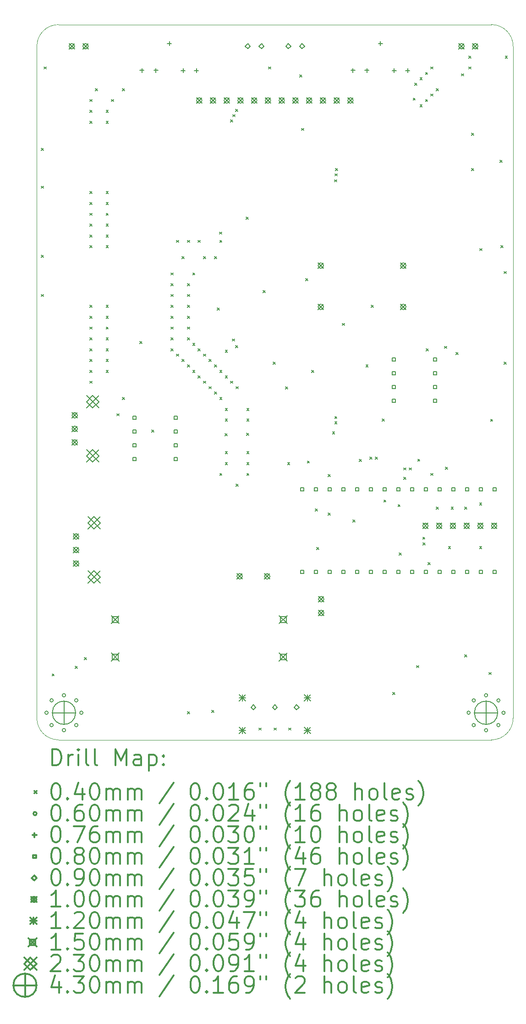
<source format=gbr>
%FSLAX45Y45*%
G04 Gerber Fmt 4.5, Leading zero omitted, Abs format (unit mm)*
G04 Created by KiCad (PCBNEW 5.0.2+dfsg1-1) date Sun 02 Jan 2022 06:45:02 PM PST*
%MOMM*%
%LPD*%
G01*
G04 APERTURE LIST*
%ADD10C,0.100000*%
%ADD11C,0.200000*%
%ADD12C,0.300000*%
G04 APERTURE END LIST*
D10*
X10800000Y-3000000D02*
X18800000Y-3000000D01*
X10400000Y-15800000D02*
X10400000Y-3400000D01*
X18800000Y-16200000D02*
X10800000Y-16200000D01*
X19200000Y-3400000D02*
X19200000Y-15800000D01*
X10800000Y-16200000D02*
G75*
G02X10400000Y-15800000I0J400000D01*
G01*
X19200000Y-15800000D02*
G75*
G02X18800000Y-16200000I-400000J0D01*
G01*
X18800000Y-3000000D02*
G75*
G02X19200000Y-3400000I0J-400000D01*
G01*
X10400000Y-3400000D02*
G75*
G02X10800000Y-3000000I400000J0D01*
G01*
D11*
X10480000Y-5280000D02*
X10520000Y-5320000D01*
X10520000Y-5280000D02*
X10480000Y-5320000D01*
X10480000Y-5980000D02*
X10520000Y-6020000D01*
X10520000Y-5980000D02*
X10480000Y-6020000D01*
X10480000Y-7255000D02*
X10520000Y-7295000D01*
X10520000Y-7255000D02*
X10480000Y-7295000D01*
X10480000Y-7980000D02*
X10520000Y-8020000D01*
X10520000Y-7980000D02*
X10480000Y-8020000D01*
X10530000Y-3780000D02*
X10570000Y-3820000D01*
X10570000Y-3780000D02*
X10530000Y-3820000D01*
X10680000Y-14980000D02*
X10720000Y-15020000D01*
X10720000Y-14980000D02*
X10680000Y-15020000D01*
X11105200Y-14839000D02*
X11145200Y-14879000D01*
X11145200Y-14839000D02*
X11105200Y-14879000D01*
X11280000Y-14680000D02*
X11320000Y-14720000D01*
X11320000Y-14680000D02*
X11280000Y-14720000D01*
X11380000Y-4380000D02*
X11420000Y-4420000D01*
X11420000Y-4380000D02*
X11380000Y-4420000D01*
X11380000Y-4580000D02*
X11420000Y-4620000D01*
X11420000Y-4580000D02*
X11380000Y-4620000D01*
X11380000Y-4780000D02*
X11420000Y-4820000D01*
X11420000Y-4780000D02*
X11380000Y-4820000D01*
X11380000Y-6080000D02*
X11420000Y-6120000D01*
X11420000Y-6080000D02*
X11380000Y-6120000D01*
X11380000Y-6280000D02*
X11420000Y-6320000D01*
X11420000Y-6280000D02*
X11380000Y-6320000D01*
X11380000Y-6480000D02*
X11420000Y-6520000D01*
X11420000Y-6480000D02*
X11380000Y-6520000D01*
X11380000Y-6680000D02*
X11420000Y-6720000D01*
X11420000Y-6680000D02*
X11380000Y-6720000D01*
X11380000Y-6880000D02*
X11420000Y-6920000D01*
X11420000Y-6880000D02*
X11380000Y-6920000D01*
X11380000Y-7080000D02*
X11420000Y-7120000D01*
X11420000Y-7080000D02*
X11380000Y-7120000D01*
X11380000Y-8180000D02*
X11420000Y-8220000D01*
X11420000Y-8180000D02*
X11380000Y-8220000D01*
X11380000Y-8380000D02*
X11420000Y-8420000D01*
X11420000Y-8380000D02*
X11380000Y-8420000D01*
X11380000Y-8580000D02*
X11420000Y-8620000D01*
X11420000Y-8580000D02*
X11380000Y-8620000D01*
X11380000Y-8780000D02*
X11420000Y-8820000D01*
X11420000Y-8780000D02*
X11380000Y-8820000D01*
X11380000Y-8980000D02*
X11420000Y-9020000D01*
X11420000Y-8980000D02*
X11380000Y-9020000D01*
X11380000Y-9180000D02*
X11420000Y-9220000D01*
X11420000Y-9180000D02*
X11380000Y-9220000D01*
X11380000Y-9380000D02*
X11420000Y-9420000D01*
X11420000Y-9380000D02*
X11380000Y-9420000D01*
X11380000Y-9580000D02*
X11420000Y-9620000D01*
X11420000Y-9580000D02*
X11380000Y-9620000D01*
X11480000Y-4180000D02*
X11520000Y-4220000D01*
X11520000Y-4180000D02*
X11480000Y-4220000D01*
X11680000Y-4580000D02*
X11720000Y-4620000D01*
X11720000Y-4580000D02*
X11680000Y-4620000D01*
X11680000Y-4780000D02*
X11720000Y-4820000D01*
X11720000Y-4780000D02*
X11680000Y-4820000D01*
X11680000Y-6080000D02*
X11720000Y-6120000D01*
X11720000Y-6080000D02*
X11680000Y-6120000D01*
X11680000Y-6280000D02*
X11720000Y-6320000D01*
X11720000Y-6280000D02*
X11680000Y-6320000D01*
X11680000Y-6480000D02*
X11720000Y-6520000D01*
X11720000Y-6480000D02*
X11680000Y-6520000D01*
X11680000Y-6680000D02*
X11720000Y-6720000D01*
X11720000Y-6680000D02*
X11680000Y-6720000D01*
X11680000Y-6880000D02*
X11720000Y-6920000D01*
X11720000Y-6880000D02*
X11680000Y-6920000D01*
X11680000Y-7080000D02*
X11720000Y-7120000D01*
X11720000Y-7080000D02*
X11680000Y-7120000D01*
X11680000Y-8180000D02*
X11720000Y-8220000D01*
X11720000Y-8180000D02*
X11680000Y-8220000D01*
X11680000Y-8380000D02*
X11720000Y-8420000D01*
X11720000Y-8380000D02*
X11680000Y-8420000D01*
X11680000Y-8580000D02*
X11720000Y-8620000D01*
X11720000Y-8580000D02*
X11680000Y-8620000D01*
X11680000Y-8780000D02*
X11720000Y-8820000D01*
X11720000Y-8780000D02*
X11680000Y-8820000D01*
X11680000Y-8980000D02*
X11720000Y-9020000D01*
X11720000Y-8980000D02*
X11680000Y-9020000D01*
X11680000Y-9180000D02*
X11720000Y-9220000D01*
X11720000Y-9180000D02*
X11680000Y-9220000D01*
X11680000Y-9380000D02*
X11720000Y-9420000D01*
X11720000Y-9380000D02*
X11680000Y-9420000D01*
X11780000Y-4380000D02*
X11820000Y-4420000D01*
X11820000Y-4380000D02*
X11780000Y-4420000D01*
X11880000Y-10180000D02*
X11920000Y-10220000D01*
X11920000Y-10180000D02*
X11880000Y-10220000D01*
X11980000Y-4180000D02*
X12020000Y-4220000D01*
X12020000Y-4180000D02*
X11980000Y-4220000D01*
X11980000Y-9880000D02*
X12020000Y-9920000D01*
X12020000Y-9880000D02*
X11980000Y-9920000D01*
X12304000Y-8849000D02*
X12344000Y-8889000D01*
X12344000Y-8849000D02*
X12304000Y-8889000D01*
X12523000Y-10482000D02*
X12563000Y-10522000D01*
X12563000Y-10482000D02*
X12523000Y-10522000D01*
X12880000Y-7580000D02*
X12920000Y-7620000D01*
X12920000Y-7580000D02*
X12880000Y-7620000D01*
X12880000Y-7780000D02*
X12920000Y-7820000D01*
X12920000Y-7780000D02*
X12880000Y-7820000D01*
X12880000Y-7980000D02*
X12920000Y-8020000D01*
X12920000Y-7980000D02*
X12880000Y-8020000D01*
X12880000Y-8180000D02*
X12920000Y-8220000D01*
X12920000Y-8180000D02*
X12880000Y-8220000D01*
X12880000Y-8380000D02*
X12920000Y-8420000D01*
X12920000Y-8380000D02*
X12880000Y-8420000D01*
X12880000Y-8580000D02*
X12920000Y-8620000D01*
X12920000Y-8580000D02*
X12880000Y-8620000D01*
X12880000Y-8780000D02*
X12920000Y-8820000D01*
X12920000Y-8780000D02*
X12880000Y-8820000D01*
X12880000Y-8980000D02*
X12920000Y-9020000D01*
X12920000Y-8980000D02*
X12880000Y-9020000D01*
X12980000Y-6980000D02*
X13020000Y-7020000D01*
X13020000Y-6980000D02*
X12980000Y-7020000D01*
X12980000Y-9080000D02*
X13020000Y-9120000D01*
X13020000Y-9080000D02*
X12980000Y-9120000D01*
X13080000Y-7280000D02*
X13120000Y-7320000D01*
X13120000Y-7280000D02*
X13080000Y-7320000D01*
X13080000Y-9180000D02*
X13120000Y-9220000D01*
X13120000Y-9180000D02*
X13080000Y-9220000D01*
X13180000Y-6980000D02*
X13220000Y-7020000D01*
X13220000Y-6980000D02*
X13180000Y-7020000D01*
X13180000Y-7780000D02*
X13220000Y-7820000D01*
X13220000Y-7780000D02*
X13180000Y-7820000D01*
X13180000Y-7980000D02*
X13220000Y-8020000D01*
X13220000Y-7980000D02*
X13180000Y-8020000D01*
X13180000Y-8180000D02*
X13220000Y-8220000D01*
X13220000Y-8180000D02*
X13180000Y-8220000D01*
X13180000Y-8380000D02*
X13220000Y-8420000D01*
X13220000Y-8380000D02*
X13180000Y-8420000D01*
X13180000Y-8580000D02*
X13220000Y-8620000D01*
X13220000Y-8580000D02*
X13180000Y-8620000D01*
X13180000Y-8780000D02*
X13220000Y-8820000D01*
X13220000Y-8780000D02*
X13180000Y-8820000D01*
X13180000Y-9280000D02*
X13220000Y-9320000D01*
X13220000Y-9280000D02*
X13180000Y-9320000D01*
X13180000Y-15680000D02*
X13220000Y-15720000D01*
X13220000Y-15680000D02*
X13180000Y-15720000D01*
X13280000Y-7580000D02*
X13320000Y-7620000D01*
X13320000Y-7580000D02*
X13280000Y-7620000D01*
X13280000Y-8880000D02*
X13320000Y-8920000D01*
X13320000Y-8880000D02*
X13280000Y-8920000D01*
X13280000Y-9380000D02*
X13320000Y-9420000D01*
X13320000Y-9380000D02*
X13280000Y-9420000D01*
X13380000Y-6980000D02*
X13420000Y-7020000D01*
X13420000Y-6980000D02*
X13380000Y-7020000D01*
X13380000Y-8980000D02*
X13420000Y-9020000D01*
X13420000Y-8980000D02*
X13380000Y-9020000D01*
X13380000Y-9480000D02*
X13420000Y-9520000D01*
X13420000Y-9480000D02*
X13380000Y-9520000D01*
X13480000Y-7280000D02*
X13520000Y-7320000D01*
X13520000Y-7280000D02*
X13480000Y-7320000D01*
X13480000Y-9080000D02*
X13520000Y-9120000D01*
X13520000Y-9080000D02*
X13480000Y-9120000D01*
X13480000Y-9580000D02*
X13520000Y-9620000D01*
X13520000Y-9580000D02*
X13480000Y-9620000D01*
X13580000Y-9180000D02*
X13620000Y-9220000D01*
X13620000Y-9180000D02*
X13580000Y-9220000D01*
X13580000Y-9680000D02*
X13620000Y-9720000D01*
X13620000Y-9680000D02*
X13580000Y-9720000D01*
X13630000Y-15655000D02*
X13670000Y-15695000D01*
X13670000Y-15655000D02*
X13630000Y-15695000D01*
X13680000Y-7280000D02*
X13720000Y-7320000D01*
X13720000Y-7280000D02*
X13680000Y-7320000D01*
X13680000Y-9280000D02*
X13720000Y-9320000D01*
X13720000Y-9280000D02*
X13680000Y-9320000D01*
X13680000Y-9780000D02*
X13720000Y-9820000D01*
X13720000Y-9780000D02*
X13680000Y-9820000D01*
X13730000Y-8230000D02*
X13770000Y-8270000D01*
X13770000Y-8230000D02*
X13730000Y-8270000D01*
X13774000Y-6827000D02*
X13814000Y-6867000D01*
X13814000Y-6827000D02*
X13774000Y-6867000D01*
X13780000Y-6980000D02*
X13820000Y-7020000D01*
X13820000Y-6980000D02*
X13780000Y-7020000D01*
X13780000Y-9380000D02*
X13820000Y-9420000D01*
X13820000Y-9380000D02*
X13780000Y-9420000D01*
X13780000Y-9880000D02*
X13820000Y-9920000D01*
X13820000Y-9880000D02*
X13780000Y-9920000D01*
X13780000Y-11280000D02*
X13820000Y-11320000D01*
X13820000Y-11280000D02*
X13780000Y-11320000D01*
X13879000Y-10551000D02*
X13919000Y-10591000D01*
X13919000Y-10551000D02*
X13879000Y-10591000D01*
X13880000Y-9005000D02*
X13920000Y-9045000D01*
X13920000Y-9005000D02*
X13880000Y-9045000D01*
X13880000Y-9480000D02*
X13920000Y-9520000D01*
X13920000Y-9480000D02*
X13880000Y-9520000D01*
X13880000Y-10080000D02*
X13920000Y-10120000D01*
X13920000Y-10080000D02*
X13880000Y-10120000D01*
X13880000Y-10280000D02*
X13920000Y-10320000D01*
X13920000Y-10280000D02*
X13880000Y-10320000D01*
X13880000Y-10880000D02*
X13920000Y-10920000D01*
X13920000Y-10880000D02*
X13880000Y-10920000D01*
X13880000Y-11080000D02*
X13920000Y-11120000D01*
X13920000Y-11080000D02*
X13880000Y-11120000D01*
X13976500Y-4756663D02*
X14016500Y-4796663D01*
X14016500Y-4756663D02*
X13976500Y-4796663D01*
X13980000Y-9580000D02*
X14020000Y-9620000D01*
X14020000Y-9580000D02*
X13980000Y-9620000D01*
X14012000Y-8801000D02*
X14052000Y-8841000D01*
X14052000Y-8801000D02*
X14012000Y-8841000D01*
X14022500Y-4659704D02*
X14062500Y-4699704D01*
X14062500Y-4659704D02*
X14022500Y-4699704D01*
X14069500Y-4565000D02*
X14109500Y-4605000D01*
X14109500Y-4565000D02*
X14069500Y-4605000D01*
X14071500Y-8924000D02*
X14111500Y-8964000D01*
X14111500Y-8924000D02*
X14071500Y-8964000D01*
X14080000Y-9680000D02*
X14120000Y-9720000D01*
X14120000Y-9680000D02*
X14080000Y-9720000D01*
X14080000Y-11480000D02*
X14120000Y-11520000D01*
X14120000Y-11480000D02*
X14080000Y-11520000D01*
X14264000Y-6554000D02*
X14304000Y-6594000D01*
X14304000Y-6554000D02*
X14264000Y-6594000D01*
X14274000Y-10539000D02*
X14314000Y-10579000D01*
X14314000Y-10539000D02*
X14274000Y-10579000D01*
X14280000Y-10080000D02*
X14320000Y-10120000D01*
X14320000Y-10080000D02*
X14280000Y-10120000D01*
X14280000Y-10280000D02*
X14320000Y-10320000D01*
X14320000Y-10280000D02*
X14280000Y-10320000D01*
X14280000Y-10880000D02*
X14320000Y-10920000D01*
X14320000Y-10880000D02*
X14280000Y-10920000D01*
X14280000Y-11080000D02*
X14320000Y-11120000D01*
X14320000Y-11080000D02*
X14280000Y-11120000D01*
X14280000Y-11280000D02*
X14320000Y-11320000D01*
X14320000Y-11280000D02*
X14280000Y-11320000D01*
X14505000Y-15980000D02*
X14545000Y-16020000D01*
X14545000Y-15980000D02*
X14505000Y-16020000D01*
X14580000Y-7905000D02*
X14620000Y-7945000D01*
X14620000Y-7905000D02*
X14580000Y-7945000D01*
X14680000Y-3780000D02*
X14720000Y-3820000D01*
X14720000Y-3780000D02*
X14680000Y-3820000D01*
X14765000Y-9229000D02*
X14805000Y-9269000D01*
X14805000Y-9229000D02*
X14765000Y-9269000D01*
X14780000Y-15980000D02*
X14820000Y-16020000D01*
X14820000Y-15980000D02*
X14780000Y-16020000D01*
X14995000Y-9687698D02*
X15035000Y-9727698D01*
X15035000Y-9687698D02*
X14995000Y-9727698D01*
X15032000Y-11079000D02*
X15072000Y-11119000D01*
X15072000Y-11079000D02*
X15032000Y-11119000D01*
X15055000Y-15980000D02*
X15095000Y-16020000D01*
X15095000Y-15980000D02*
X15055000Y-16020000D01*
X15255000Y-3930000D02*
X15295000Y-3970000D01*
X15295000Y-3930000D02*
X15255000Y-3970000D01*
X15291000Y-4915000D02*
X15331000Y-4955000D01*
X15331000Y-4915000D02*
X15291000Y-4955000D01*
X15365000Y-7687000D02*
X15405000Y-7727000D01*
X15405000Y-7687000D02*
X15365000Y-7727000D01*
X15396000Y-11052000D02*
X15436000Y-11092000D01*
X15436000Y-11052000D02*
X15396000Y-11092000D01*
X15480000Y-9380000D02*
X15520000Y-9420000D01*
X15520000Y-9380000D02*
X15480000Y-9420000D01*
X15542000Y-11937000D02*
X15582000Y-11977000D01*
X15582000Y-11937000D02*
X15542000Y-11977000D01*
X15570000Y-12651000D02*
X15610000Y-12691000D01*
X15610000Y-12651000D02*
X15570000Y-12691000D01*
X15780000Y-11302000D02*
X15820000Y-11342000D01*
X15820000Y-11302000D02*
X15780000Y-11342000D01*
X15782000Y-12015000D02*
X15822000Y-12055000D01*
X15822000Y-12015000D02*
X15782000Y-12055000D01*
X15862000Y-10513000D02*
X15902000Y-10553000D01*
X15902000Y-10513000D02*
X15862000Y-10553000D01*
X15902000Y-5863000D02*
X15942000Y-5903000D01*
X15942000Y-5863000D02*
X15902000Y-5903000D01*
X15905000Y-10230000D02*
X15945000Y-10270000D01*
X15945000Y-10230000D02*
X15905000Y-10270000D01*
X15905000Y-10330000D02*
X15945000Y-10370000D01*
X15945000Y-10330000D02*
X15905000Y-10370000D01*
X15906000Y-5753000D02*
X15946000Y-5793000D01*
X15946000Y-5753000D02*
X15906000Y-5793000D01*
X15914663Y-5653376D02*
X15954663Y-5693376D01*
X15954663Y-5653376D02*
X15914663Y-5693376D01*
X16042000Y-8513000D02*
X16082000Y-8553000D01*
X16082000Y-8513000D02*
X16042000Y-8553000D01*
X16240000Y-12140000D02*
X16280000Y-12180000D01*
X16280000Y-12140000D02*
X16240000Y-12180000D01*
X16360000Y-11020000D02*
X16400000Y-11060000D01*
X16400000Y-11020000D02*
X16360000Y-11060000D01*
X16480000Y-9280000D02*
X16520000Y-9320000D01*
X16520000Y-9280000D02*
X16480000Y-9320000D01*
X16555000Y-10980000D02*
X16595000Y-11020000D01*
X16595000Y-10980000D02*
X16555000Y-11020000D01*
X16580000Y-8180000D02*
X16620000Y-8220000D01*
X16620000Y-8180000D02*
X16580000Y-8220000D01*
X16656265Y-10978735D02*
X16696265Y-11018735D01*
X16696265Y-10978735D02*
X16656265Y-11018735D01*
X16780000Y-10280000D02*
X16820000Y-10320000D01*
X16820000Y-10280000D02*
X16780000Y-10320000D01*
X16810000Y-11772000D02*
X16850000Y-11812000D01*
X16850000Y-11772000D02*
X16810000Y-11812000D01*
X16972600Y-15321600D02*
X17012600Y-15361600D01*
X17012600Y-15321600D02*
X16972600Y-15361600D01*
X17073000Y-11857000D02*
X17113000Y-11897000D01*
X17113000Y-11857000D02*
X17073000Y-11897000D01*
X17094000Y-12750000D02*
X17134000Y-12790000D01*
X17134000Y-12750000D02*
X17094000Y-12790000D01*
X17180000Y-11355000D02*
X17220000Y-11395000D01*
X17220000Y-11355000D02*
X17180000Y-11395000D01*
X17181000Y-11179500D02*
X17221000Y-11219500D01*
X17221000Y-11179500D02*
X17181000Y-11219500D01*
X17282265Y-11178235D02*
X17322265Y-11218235D01*
X17322265Y-11178235D02*
X17282265Y-11218235D01*
X17353000Y-4355000D02*
X17393000Y-4395000D01*
X17393000Y-4355000D02*
X17353000Y-4395000D01*
X17380000Y-4080000D02*
X17420000Y-4120000D01*
X17420000Y-4080000D02*
X17380000Y-4120000D01*
X17417000Y-14829000D02*
X17457000Y-14869000D01*
X17457000Y-14829000D02*
X17417000Y-14869000D01*
X17437000Y-11018000D02*
X17477000Y-11058000D01*
X17477000Y-11018000D02*
X17437000Y-11058000D01*
X17480000Y-3980000D02*
X17520000Y-4020000D01*
X17520000Y-3980000D02*
X17480000Y-4020000D01*
X17480000Y-4480000D02*
X17520000Y-4520000D01*
X17520000Y-4480000D02*
X17480000Y-4520000D01*
X17530348Y-12458646D02*
X17570348Y-12498646D01*
X17570348Y-12458646D02*
X17530348Y-12498646D01*
X17534586Y-12565414D02*
X17574586Y-12605414D01*
X17574586Y-12565414D02*
X17534586Y-12605414D01*
X17580000Y-3880000D02*
X17620000Y-3920000D01*
X17620000Y-3880000D02*
X17580000Y-3920000D01*
X17580000Y-4380000D02*
X17620000Y-4420000D01*
X17620000Y-4380000D02*
X17580000Y-4420000D01*
X17593000Y-8981000D02*
X17633000Y-9021000D01*
X17633000Y-8981000D02*
X17593000Y-9021000D01*
X17630000Y-12930000D02*
X17670000Y-12970000D01*
X17670000Y-12930000D02*
X17630000Y-12970000D01*
X17680000Y-3780000D02*
X17720000Y-3820000D01*
X17720000Y-3780000D02*
X17680000Y-3820000D01*
X17680000Y-4280000D02*
X17720000Y-4320000D01*
X17720000Y-4280000D02*
X17680000Y-4320000D01*
X17680000Y-11280000D02*
X17720000Y-11320000D01*
X17720000Y-11280000D02*
X17680000Y-11320000D01*
X17780000Y-4180000D02*
X17820000Y-4220000D01*
X17820000Y-4180000D02*
X17780000Y-4220000D01*
X17780000Y-11905000D02*
X17820000Y-11945000D01*
X17820000Y-11905000D02*
X17780000Y-11945000D01*
X17931000Y-8935000D02*
X17971000Y-8975000D01*
X17971000Y-8935000D02*
X17931000Y-8975000D01*
X17948000Y-11164000D02*
X17988000Y-11204000D01*
X17988000Y-11164000D02*
X17948000Y-11204000D01*
X18005000Y-12630000D02*
X18045000Y-12670000D01*
X18045000Y-12630000D02*
X18005000Y-12670000D01*
X18055000Y-11905000D02*
X18095000Y-11945000D01*
X18095000Y-11905000D02*
X18055000Y-11945000D01*
X18143000Y-9049000D02*
X18183000Y-9089000D01*
X18183000Y-9049000D02*
X18143000Y-9089000D01*
X18243000Y-3907000D02*
X18283000Y-3947000D01*
X18283000Y-3907000D02*
X18243000Y-3947000D01*
X18305000Y-11905000D02*
X18345000Y-11945000D01*
X18345000Y-11905000D02*
X18305000Y-11945000D01*
X18305000Y-14630000D02*
X18345000Y-14670000D01*
X18345000Y-14630000D02*
X18305000Y-14670000D01*
X18380000Y-3580000D02*
X18420000Y-3620000D01*
X18420000Y-3580000D02*
X18380000Y-3620000D01*
X18380000Y-3780000D02*
X18420000Y-3820000D01*
X18420000Y-3780000D02*
X18380000Y-3820000D01*
X18430000Y-5005000D02*
X18470000Y-5045000D01*
X18470000Y-5005000D02*
X18430000Y-5045000D01*
X18430000Y-5655000D02*
X18470000Y-5695000D01*
X18470000Y-5655000D02*
X18430000Y-5695000D01*
X18580000Y-11830000D02*
X18620000Y-11870000D01*
X18620000Y-11830000D02*
X18580000Y-11870000D01*
X18580000Y-12630000D02*
X18620000Y-12670000D01*
X18620000Y-12630000D02*
X18580000Y-12670000D01*
X18582000Y-7133000D02*
X18622000Y-7173000D01*
X18622000Y-7133000D02*
X18582000Y-7173000D01*
X18755000Y-14955000D02*
X18795000Y-14995000D01*
X18795000Y-14955000D02*
X18755000Y-14995000D01*
X18784000Y-10283000D02*
X18824000Y-10323000D01*
X18824000Y-10283000D02*
X18784000Y-10323000D01*
X18955000Y-5505000D02*
X18995000Y-5545000D01*
X18995000Y-5505000D02*
X18955000Y-5545000D01*
X18976000Y-7075000D02*
X19016000Y-7115000D01*
X19016000Y-7075000D02*
X18976000Y-7115000D01*
X19030000Y-7555000D02*
X19070000Y-7595000D01*
X19070000Y-7555000D02*
X19030000Y-7595000D01*
X19030000Y-9230000D02*
X19070000Y-9270000D01*
X19070000Y-9230000D02*
X19030000Y-9270000D01*
X19055000Y-3580000D02*
X19095000Y-3620000D01*
X19095000Y-3580000D02*
X19055000Y-3620000D01*
X18407500Y-15700000D02*
G75*
G03X18407500Y-15700000I-30000J0D01*
G01*
X18501958Y-15471958D02*
G75*
G03X18501958Y-15471958I-30000J0D01*
G01*
X18501958Y-15928042D02*
G75*
G03X18501958Y-15928042I-30000J0D01*
G01*
X18730000Y-15377500D02*
G75*
G03X18730000Y-15377500I-30000J0D01*
G01*
X18730000Y-16022500D02*
G75*
G03X18730000Y-16022500I-30000J0D01*
G01*
X18958042Y-15471958D02*
G75*
G03X18958042Y-15471958I-30000J0D01*
G01*
X18958042Y-15928042D02*
G75*
G03X18958042Y-15928042I-30000J0D01*
G01*
X19052500Y-15700000D02*
G75*
G03X19052500Y-15700000I-30000J0D01*
G01*
X10607500Y-15700000D02*
G75*
G03X10607500Y-15700000I-30000J0D01*
G01*
X10701958Y-15471958D02*
G75*
G03X10701958Y-15471958I-30000J0D01*
G01*
X10701958Y-15928042D02*
G75*
G03X10701958Y-15928042I-30000J0D01*
G01*
X10930000Y-15377500D02*
G75*
G03X10930000Y-15377500I-30000J0D01*
G01*
X10930000Y-16022500D02*
G75*
G03X10930000Y-16022500I-30000J0D01*
G01*
X11158042Y-15471958D02*
G75*
G03X11158042Y-15471958I-30000J0D01*
G01*
X11158042Y-15928042D02*
G75*
G03X11158042Y-15928042I-30000J0D01*
G01*
X11252500Y-15700000D02*
G75*
G03X11252500Y-15700000I-30000J0D01*
G01*
X12342000Y-3803900D02*
X12342000Y-3880100D01*
X12303900Y-3842000D02*
X12380100Y-3842000D01*
X12600000Y-3803900D02*
X12600000Y-3880100D01*
X12561900Y-3842000D02*
X12638100Y-3842000D01*
X12850000Y-3311900D02*
X12850000Y-3388100D01*
X12811900Y-3350000D02*
X12888100Y-3350000D01*
X13104000Y-3811900D02*
X13104000Y-3888100D01*
X13065900Y-3850000D02*
X13142100Y-3850000D01*
X13350000Y-3811900D02*
X13350000Y-3888100D01*
X13311900Y-3850000D02*
X13388100Y-3850000D01*
X16242000Y-3803900D02*
X16242000Y-3880100D01*
X16203900Y-3842000D02*
X16280100Y-3842000D01*
X16500000Y-3803900D02*
X16500000Y-3880100D01*
X16461900Y-3842000D02*
X16538100Y-3842000D01*
X16750000Y-3311900D02*
X16750000Y-3388100D01*
X16711900Y-3350000D02*
X16788100Y-3350000D01*
X17004000Y-3811900D02*
X17004000Y-3888100D01*
X16965900Y-3850000D02*
X17042100Y-3850000D01*
X17250000Y-3811900D02*
X17250000Y-3888100D01*
X17211900Y-3850000D02*
X17288100Y-3850000D01*
X17022285Y-9209285D02*
X17022285Y-9152716D01*
X16965716Y-9152716D01*
X16965716Y-9209285D01*
X17022285Y-9209285D01*
X17022285Y-9463285D02*
X17022285Y-9406716D01*
X16965716Y-9406716D01*
X16965716Y-9463285D01*
X17022285Y-9463285D01*
X17022285Y-9717285D02*
X17022285Y-9660716D01*
X16965716Y-9660716D01*
X16965716Y-9717285D01*
X17022285Y-9717285D01*
X17022285Y-9971285D02*
X17022285Y-9914716D01*
X16965716Y-9914716D01*
X16965716Y-9971285D01*
X17022285Y-9971285D01*
X17784285Y-9209285D02*
X17784285Y-9152716D01*
X17727716Y-9152716D01*
X17727716Y-9209285D01*
X17784285Y-9209285D01*
X17784285Y-9463285D02*
X17784285Y-9406716D01*
X17727716Y-9406716D01*
X17727716Y-9463285D01*
X17784285Y-9463285D01*
X17784285Y-9717285D02*
X17784285Y-9660716D01*
X17727716Y-9660716D01*
X17727716Y-9717285D01*
X17784285Y-9717285D01*
X17784285Y-9971285D02*
X17784285Y-9914716D01*
X17727716Y-9914716D01*
X17727716Y-9971285D01*
X17784285Y-9971285D01*
X12230284Y-10285285D02*
X12230284Y-10228716D01*
X12173715Y-10228716D01*
X12173715Y-10285285D01*
X12230284Y-10285285D01*
X12230284Y-10539285D02*
X12230284Y-10482716D01*
X12173715Y-10482716D01*
X12173715Y-10539285D01*
X12230284Y-10539285D01*
X12230284Y-10793285D02*
X12230284Y-10736716D01*
X12173715Y-10736716D01*
X12173715Y-10793285D01*
X12230284Y-10793285D01*
X12230284Y-11047285D02*
X12230284Y-10990716D01*
X12173715Y-10990716D01*
X12173715Y-11047285D01*
X12230284Y-11047285D01*
X12992284Y-10285285D02*
X12992284Y-10228716D01*
X12935715Y-10228716D01*
X12935715Y-10285285D01*
X12992284Y-10285285D01*
X12992284Y-10539285D02*
X12992284Y-10482716D01*
X12935715Y-10482716D01*
X12935715Y-10539285D01*
X12992284Y-10539285D01*
X12992284Y-10793285D02*
X12992284Y-10736716D01*
X12935715Y-10736716D01*
X12935715Y-10793285D01*
X12992284Y-10793285D01*
X12992284Y-11047285D02*
X12992284Y-10990716D01*
X12935715Y-10990716D01*
X12935715Y-11047285D01*
X12992284Y-11047285D01*
X15328284Y-11604284D02*
X15328284Y-11547715D01*
X15271715Y-11547715D01*
X15271715Y-11604284D01*
X15328284Y-11604284D01*
X15328284Y-13128284D02*
X15328284Y-13071715D01*
X15271715Y-13071715D01*
X15271715Y-13128284D01*
X15328284Y-13128284D01*
X15582284Y-11604284D02*
X15582284Y-11547715D01*
X15525715Y-11547715D01*
X15525715Y-11604284D01*
X15582284Y-11604284D01*
X15582284Y-13128284D02*
X15582284Y-13071715D01*
X15525715Y-13071715D01*
X15525715Y-13128284D01*
X15582284Y-13128284D01*
X15836284Y-11604284D02*
X15836284Y-11547715D01*
X15779715Y-11547715D01*
X15779715Y-11604284D01*
X15836284Y-11604284D01*
X15836284Y-13128284D02*
X15836284Y-13071715D01*
X15779715Y-13071715D01*
X15779715Y-13128284D01*
X15836284Y-13128284D01*
X16090284Y-11604284D02*
X16090284Y-11547715D01*
X16033715Y-11547715D01*
X16033715Y-11604284D01*
X16090284Y-11604284D01*
X16090284Y-13128284D02*
X16090284Y-13071715D01*
X16033715Y-13071715D01*
X16033715Y-13128284D01*
X16090284Y-13128284D01*
X16344284Y-11604284D02*
X16344284Y-11547715D01*
X16287715Y-11547715D01*
X16287715Y-11604284D01*
X16344284Y-11604284D01*
X16344284Y-13128284D02*
X16344284Y-13071715D01*
X16287715Y-13071715D01*
X16287715Y-13128284D01*
X16344284Y-13128284D01*
X16598284Y-11604284D02*
X16598284Y-11547715D01*
X16541715Y-11547715D01*
X16541715Y-11604284D01*
X16598284Y-11604284D01*
X16598284Y-13128284D02*
X16598284Y-13071715D01*
X16541715Y-13071715D01*
X16541715Y-13128284D01*
X16598284Y-13128284D01*
X16852285Y-11604284D02*
X16852285Y-11547715D01*
X16795716Y-11547715D01*
X16795716Y-11604284D01*
X16852285Y-11604284D01*
X16852285Y-13128284D02*
X16852285Y-13071715D01*
X16795716Y-13071715D01*
X16795716Y-13128284D01*
X16852285Y-13128284D01*
X17106285Y-11604284D02*
X17106285Y-11547715D01*
X17049716Y-11547715D01*
X17049716Y-11604284D01*
X17106285Y-11604284D01*
X17106285Y-13128284D02*
X17106285Y-13071715D01*
X17049716Y-13071715D01*
X17049716Y-13128284D01*
X17106285Y-13128284D01*
X17360285Y-11604284D02*
X17360285Y-11547715D01*
X17303716Y-11547715D01*
X17303716Y-11604284D01*
X17360285Y-11604284D01*
X17360285Y-13128284D02*
X17360285Y-13071715D01*
X17303716Y-13071715D01*
X17303716Y-13128284D01*
X17360285Y-13128284D01*
X17614285Y-11604284D02*
X17614285Y-11547715D01*
X17557716Y-11547715D01*
X17557716Y-11604284D01*
X17614285Y-11604284D01*
X17614285Y-13128284D02*
X17614285Y-13071715D01*
X17557716Y-13071715D01*
X17557716Y-13128284D01*
X17614285Y-13128284D01*
X17868285Y-11604284D02*
X17868285Y-11547715D01*
X17811716Y-11547715D01*
X17811716Y-11604284D01*
X17868285Y-11604284D01*
X17868285Y-13128284D02*
X17868285Y-13071715D01*
X17811716Y-13071715D01*
X17811716Y-13128284D01*
X17868285Y-13128284D01*
X18122285Y-11604284D02*
X18122285Y-11547715D01*
X18065716Y-11547715D01*
X18065716Y-11604284D01*
X18122285Y-11604284D01*
X18122285Y-13128284D02*
X18122285Y-13071715D01*
X18065716Y-13071715D01*
X18065716Y-13128284D01*
X18122285Y-13128284D01*
X18376285Y-11604284D02*
X18376285Y-11547715D01*
X18319716Y-11547715D01*
X18319716Y-11604284D01*
X18376285Y-11604284D01*
X18376285Y-13128284D02*
X18376285Y-13071715D01*
X18319716Y-13071715D01*
X18319716Y-13128284D01*
X18376285Y-13128284D01*
X18630285Y-11604284D02*
X18630285Y-11547715D01*
X18573716Y-11547715D01*
X18573716Y-11604284D01*
X18630285Y-11604284D01*
X18630285Y-13128284D02*
X18630285Y-13071715D01*
X18573716Y-13071715D01*
X18573716Y-13128284D01*
X18630285Y-13128284D01*
X18884285Y-11604284D02*
X18884285Y-11547715D01*
X18827716Y-11547715D01*
X18827716Y-11604284D01*
X18884285Y-11604284D01*
X18884285Y-13128284D02*
X18884285Y-13071715D01*
X18827716Y-13071715D01*
X18827716Y-13128284D01*
X18884285Y-13128284D01*
X14296000Y-3445000D02*
X14341000Y-3400000D01*
X14296000Y-3355000D01*
X14251000Y-3400000D01*
X14296000Y-3445000D01*
X14550000Y-3445000D02*
X14595000Y-3400000D01*
X14550000Y-3355000D01*
X14505000Y-3400000D01*
X14550000Y-3445000D01*
X14400000Y-15645000D02*
X14445000Y-15600000D01*
X14400000Y-15555000D01*
X14355000Y-15600000D01*
X14400000Y-15645000D01*
X14800000Y-15645000D02*
X14845000Y-15600000D01*
X14800000Y-15555000D01*
X14755000Y-15600000D01*
X14800000Y-15645000D01*
X15200000Y-15645000D02*
X15245000Y-15600000D01*
X15200000Y-15555000D01*
X15155000Y-15600000D01*
X15200000Y-15645000D01*
X15046000Y-3445000D02*
X15091000Y-3400000D01*
X15046000Y-3355000D01*
X15001000Y-3400000D01*
X15046000Y-3445000D01*
X15300000Y-3445000D02*
X15345000Y-3400000D01*
X15300000Y-3355000D01*
X15255000Y-3400000D01*
X15300000Y-3445000D01*
X13350000Y-4350000D02*
X13450000Y-4450000D01*
X13450000Y-4350000D02*
X13350000Y-4450000D01*
X13450000Y-4400000D02*
G75*
G03X13450000Y-4400000I-50000J0D01*
G01*
X13604000Y-4350000D02*
X13704000Y-4450000D01*
X13704000Y-4350000D02*
X13604000Y-4450000D01*
X13704000Y-4400000D02*
G75*
G03X13704000Y-4400000I-50000J0D01*
G01*
X13858000Y-4350000D02*
X13958000Y-4450000D01*
X13958000Y-4350000D02*
X13858000Y-4450000D01*
X13958000Y-4400000D02*
G75*
G03X13958000Y-4400000I-50000J0D01*
G01*
X14112000Y-4350000D02*
X14212000Y-4450000D01*
X14212000Y-4350000D02*
X14112000Y-4450000D01*
X14212000Y-4400000D02*
G75*
G03X14212000Y-4400000I-50000J0D01*
G01*
X14366000Y-4350000D02*
X14466000Y-4450000D01*
X14466000Y-4350000D02*
X14366000Y-4450000D01*
X14466000Y-4400000D02*
G75*
G03X14466000Y-4400000I-50000J0D01*
G01*
X14620000Y-4350000D02*
X14720000Y-4450000D01*
X14720000Y-4350000D02*
X14620000Y-4450000D01*
X14720000Y-4400000D02*
G75*
G03X14720000Y-4400000I-50000J0D01*
G01*
X14874000Y-4350000D02*
X14974000Y-4450000D01*
X14974000Y-4350000D02*
X14874000Y-4450000D01*
X14974000Y-4400000D02*
G75*
G03X14974000Y-4400000I-50000J0D01*
G01*
X15128000Y-4350000D02*
X15228000Y-4450000D01*
X15228000Y-4350000D02*
X15128000Y-4450000D01*
X15228000Y-4400000D02*
G75*
G03X15228000Y-4400000I-50000J0D01*
G01*
X15382000Y-4350000D02*
X15482000Y-4450000D01*
X15482000Y-4350000D02*
X15382000Y-4450000D01*
X15482000Y-4400000D02*
G75*
G03X15482000Y-4400000I-50000J0D01*
G01*
X15636000Y-4350000D02*
X15736000Y-4450000D01*
X15736000Y-4350000D02*
X15636000Y-4450000D01*
X15736000Y-4400000D02*
G75*
G03X15736000Y-4400000I-50000J0D01*
G01*
X15890000Y-4350000D02*
X15990000Y-4450000D01*
X15990000Y-4350000D02*
X15890000Y-4450000D01*
X15990000Y-4400000D02*
G75*
G03X15990000Y-4400000I-50000J0D01*
G01*
X16144000Y-4350000D02*
X16244000Y-4450000D01*
X16244000Y-4350000D02*
X16144000Y-4450000D01*
X16244000Y-4400000D02*
G75*
G03X16244000Y-4400000I-50000J0D01*
G01*
X10996000Y-3350000D02*
X11096000Y-3450000D01*
X11096000Y-3350000D02*
X10996000Y-3450000D01*
X11096000Y-3400000D02*
G75*
G03X11096000Y-3400000I-50000J0D01*
G01*
X11250000Y-3350000D02*
X11350000Y-3450000D01*
X11350000Y-3350000D02*
X11250000Y-3450000D01*
X11350000Y-3400000D02*
G75*
G03X11350000Y-3400000I-50000J0D01*
G01*
X15604000Y-13554000D02*
X15704000Y-13654000D01*
X15704000Y-13554000D02*
X15604000Y-13654000D01*
X15704000Y-13604000D02*
G75*
G03X15704000Y-13604000I-50000J0D01*
G01*
X15604000Y-13808000D02*
X15704000Y-13908000D01*
X15704000Y-13808000D02*
X15604000Y-13908000D01*
X15704000Y-13858000D02*
G75*
G03X15704000Y-13858000I-50000J0D01*
G01*
X11049800Y-10160800D02*
X11149800Y-10260800D01*
X11149800Y-10160800D02*
X11049800Y-10260800D01*
X11149800Y-10210800D02*
G75*
G03X11149800Y-10210800I-50000J0D01*
G01*
X11049800Y-10410800D02*
X11149800Y-10510800D01*
X11149800Y-10410800D02*
X11049800Y-10510800D01*
X11149800Y-10460800D02*
G75*
G03X11149800Y-10460800I-50000J0D01*
G01*
X11049800Y-10660800D02*
X11149800Y-10760800D01*
X11149800Y-10660800D02*
X11049800Y-10760800D01*
X11149800Y-10710800D02*
G75*
G03X11149800Y-10710800I-50000J0D01*
G01*
X15597000Y-7398000D02*
X15697000Y-7498000D01*
X15697000Y-7398000D02*
X15597000Y-7498000D01*
X15697000Y-7448000D02*
G75*
G03X15697000Y-7448000I-50000J0D01*
G01*
X15597000Y-8160000D02*
X15697000Y-8260000D01*
X15697000Y-8160000D02*
X15597000Y-8260000D01*
X15697000Y-8210000D02*
G75*
G03X15697000Y-8210000I-50000J0D01*
G01*
X17121000Y-7398000D02*
X17221000Y-7498000D01*
X17221000Y-7398000D02*
X17121000Y-7498000D01*
X17221000Y-7448000D02*
G75*
G03X17221000Y-7448000I-50000J0D01*
G01*
X17121000Y-8160000D02*
X17221000Y-8260000D01*
X17221000Y-8160000D02*
X17121000Y-8260000D01*
X17221000Y-8210000D02*
G75*
G03X17221000Y-8210000I-50000J0D01*
G01*
X11075200Y-12396000D02*
X11175200Y-12496000D01*
X11175200Y-12396000D02*
X11075200Y-12496000D01*
X11175200Y-12446000D02*
G75*
G03X11175200Y-12446000I-50000J0D01*
G01*
X11075200Y-12646000D02*
X11175200Y-12746000D01*
X11175200Y-12646000D02*
X11075200Y-12746000D01*
X11175200Y-12696000D02*
G75*
G03X11175200Y-12696000I-50000J0D01*
G01*
X11075200Y-12896000D02*
X11175200Y-12996000D01*
X11175200Y-12896000D02*
X11075200Y-12996000D01*
X11175200Y-12946000D02*
G75*
G03X11175200Y-12946000I-50000J0D01*
G01*
X17530000Y-12200000D02*
X17630000Y-12300000D01*
X17630000Y-12200000D02*
X17530000Y-12300000D01*
X17630000Y-12250000D02*
G75*
G03X17630000Y-12250000I-50000J0D01*
G01*
X17784000Y-12200000D02*
X17884000Y-12300000D01*
X17884000Y-12200000D02*
X17784000Y-12300000D01*
X17884000Y-12250000D02*
G75*
G03X17884000Y-12250000I-50000J0D01*
G01*
X18038000Y-12200000D02*
X18138000Y-12300000D01*
X18138000Y-12200000D02*
X18038000Y-12300000D01*
X18138000Y-12250000D02*
G75*
G03X18138000Y-12250000I-50000J0D01*
G01*
X18292000Y-12200000D02*
X18392000Y-12300000D01*
X18392000Y-12200000D02*
X18292000Y-12300000D01*
X18392000Y-12250000D02*
G75*
G03X18392000Y-12250000I-50000J0D01*
G01*
X18546000Y-12200000D02*
X18646000Y-12300000D01*
X18646000Y-12200000D02*
X18546000Y-12300000D01*
X18646000Y-12250000D02*
G75*
G03X18646000Y-12250000I-50000J0D01*
G01*
X18800000Y-12200000D02*
X18900000Y-12300000D01*
X18900000Y-12200000D02*
X18800000Y-12300000D01*
X18900000Y-12250000D02*
G75*
G03X18900000Y-12250000I-50000J0D01*
G01*
X18196000Y-3350000D02*
X18296000Y-3450000D01*
X18296000Y-3350000D02*
X18196000Y-3450000D01*
X18296000Y-3400000D02*
G75*
G03X18296000Y-3400000I-50000J0D01*
G01*
X18450000Y-3350000D02*
X18550000Y-3450000D01*
X18550000Y-3350000D02*
X18450000Y-3450000D01*
X18550000Y-3400000D02*
G75*
G03X18550000Y-3400000I-50000J0D01*
G01*
X14097800Y-13131600D02*
X14197800Y-13231600D01*
X14197800Y-13131600D02*
X14097800Y-13231600D01*
X14197800Y-13181600D02*
G75*
G03X14197800Y-13181600I-50000J0D01*
G01*
X14605800Y-13132600D02*
X14705800Y-13232600D01*
X14705800Y-13132600D02*
X14605800Y-13232600D01*
X14705800Y-13182600D02*
G75*
G03X14705800Y-13182600I-50000J0D01*
G01*
X14140000Y-15365000D02*
X14260000Y-15485000D01*
X14260000Y-15365000D02*
X14140000Y-15485000D01*
X14200000Y-15365000D02*
X14200000Y-15485000D01*
X14140000Y-15425000D02*
X14260000Y-15425000D01*
X14140000Y-15965000D02*
X14260000Y-16085000D01*
X14260000Y-15965000D02*
X14140000Y-16085000D01*
X14200000Y-15965000D02*
X14200000Y-16085000D01*
X14140000Y-16025000D02*
X14260000Y-16025000D01*
X15340000Y-15365000D02*
X15460000Y-15485000D01*
X15460000Y-15365000D02*
X15340000Y-15485000D01*
X15400000Y-15365000D02*
X15400000Y-15485000D01*
X15340000Y-15425000D02*
X15460000Y-15425000D01*
X15340000Y-15965000D02*
X15460000Y-16085000D01*
X15460000Y-15965000D02*
X15340000Y-16085000D01*
X15400000Y-15965000D02*
X15400000Y-16085000D01*
X15340000Y-16025000D02*
X15460000Y-16025000D01*
X11772000Y-13906000D02*
X11922000Y-14056000D01*
X11922000Y-13906000D02*
X11772000Y-14056000D01*
X11900033Y-14034033D02*
X11900033Y-13927966D01*
X11793966Y-13927966D01*
X11793966Y-14034033D01*
X11900033Y-14034033D01*
X11772000Y-14594000D02*
X11922000Y-14744000D01*
X11922000Y-14594000D02*
X11772000Y-14744000D01*
X11900033Y-14722033D02*
X11900033Y-14615966D01*
X11793966Y-14615966D01*
X11793966Y-14722033D01*
X11900033Y-14722033D01*
X14878000Y-13906000D02*
X15028000Y-14056000D01*
X15028000Y-13906000D02*
X14878000Y-14056000D01*
X15006033Y-14034033D02*
X15006033Y-13927966D01*
X14899966Y-13927966D01*
X14899966Y-14034033D01*
X15006033Y-14034033D01*
X14878000Y-14594000D02*
X15028000Y-14744000D01*
X15028000Y-14594000D02*
X14878000Y-14744000D01*
X15006033Y-14722033D02*
X15006033Y-14615966D01*
X14899966Y-14615966D01*
X14899966Y-14722033D01*
X15006033Y-14722033D01*
X11314800Y-9845800D02*
X11544800Y-10075800D01*
X11544800Y-9845800D02*
X11314800Y-10075800D01*
X11429800Y-10075800D02*
X11544800Y-9960800D01*
X11429800Y-9845800D01*
X11314800Y-9960800D01*
X11429800Y-10075800D01*
X11314800Y-10845800D02*
X11544800Y-11075800D01*
X11544800Y-10845800D02*
X11314800Y-11075800D01*
X11429800Y-11075800D02*
X11544800Y-10960800D01*
X11429800Y-10845800D01*
X11314800Y-10960800D01*
X11429800Y-11075800D01*
X11340200Y-12081000D02*
X11570200Y-12311000D01*
X11570200Y-12081000D02*
X11340200Y-12311000D01*
X11455200Y-12311000D02*
X11570200Y-12196000D01*
X11455200Y-12081000D01*
X11340200Y-12196000D01*
X11455200Y-12311000D01*
X11340200Y-13081000D02*
X11570200Y-13311000D01*
X11570200Y-13081000D02*
X11340200Y-13311000D01*
X11455200Y-13311000D02*
X11570200Y-13196000D01*
X11455200Y-13081000D01*
X11340200Y-13196000D01*
X11455200Y-13311000D01*
X18700000Y-15485000D02*
X18700000Y-15915000D01*
X18485000Y-15700000D02*
X18915000Y-15700000D01*
X18915000Y-15700000D02*
G75*
G03X18915000Y-15700000I-215000J0D01*
G01*
X10900000Y-15485000D02*
X10900000Y-15915000D01*
X10685000Y-15700000D02*
X11115000Y-15700000D01*
X11115000Y-15700000D02*
G75*
G03X11115000Y-15700000I-215000J0D01*
G01*
D12*
X10681428Y-16670714D02*
X10681428Y-16370714D01*
X10752857Y-16370714D01*
X10795714Y-16385000D01*
X10824286Y-16413571D01*
X10838571Y-16442143D01*
X10852857Y-16499286D01*
X10852857Y-16542143D01*
X10838571Y-16599286D01*
X10824286Y-16627857D01*
X10795714Y-16656429D01*
X10752857Y-16670714D01*
X10681428Y-16670714D01*
X10981428Y-16670714D02*
X10981428Y-16470714D01*
X10981428Y-16527857D02*
X10995714Y-16499286D01*
X11010000Y-16485000D01*
X11038571Y-16470714D01*
X11067143Y-16470714D01*
X11167143Y-16670714D02*
X11167143Y-16470714D01*
X11167143Y-16370714D02*
X11152857Y-16385000D01*
X11167143Y-16399286D01*
X11181428Y-16385000D01*
X11167143Y-16370714D01*
X11167143Y-16399286D01*
X11352857Y-16670714D02*
X11324286Y-16656429D01*
X11310000Y-16627857D01*
X11310000Y-16370714D01*
X11510000Y-16670714D02*
X11481428Y-16656429D01*
X11467143Y-16627857D01*
X11467143Y-16370714D01*
X11852857Y-16670714D02*
X11852857Y-16370714D01*
X11952857Y-16585000D01*
X12052857Y-16370714D01*
X12052857Y-16670714D01*
X12324286Y-16670714D02*
X12324286Y-16513571D01*
X12310000Y-16485000D01*
X12281428Y-16470714D01*
X12224286Y-16470714D01*
X12195714Y-16485000D01*
X12324286Y-16656429D02*
X12295714Y-16670714D01*
X12224286Y-16670714D01*
X12195714Y-16656429D01*
X12181428Y-16627857D01*
X12181428Y-16599286D01*
X12195714Y-16570714D01*
X12224286Y-16556429D01*
X12295714Y-16556429D01*
X12324286Y-16542143D01*
X12467143Y-16470714D02*
X12467143Y-16770714D01*
X12467143Y-16485000D02*
X12495714Y-16470714D01*
X12552857Y-16470714D01*
X12581428Y-16485000D01*
X12595714Y-16499286D01*
X12610000Y-16527857D01*
X12610000Y-16613571D01*
X12595714Y-16642143D01*
X12581428Y-16656429D01*
X12552857Y-16670714D01*
X12495714Y-16670714D01*
X12467143Y-16656429D01*
X12738571Y-16642143D02*
X12752857Y-16656429D01*
X12738571Y-16670714D01*
X12724286Y-16656429D01*
X12738571Y-16642143D01*
X12738571Y-16670714D01*
X12738571Y-16485000D02*
X12752857Y-16499286D01*
X12738571Y-16513571D01*
X12724286Y-16499286D01*
X12738571Y-16485000D01*
X12738571Y-16513571D01*
X10355000Y-17145000D02*
X10395000Y-17185000D01*
X10395000Y-17145000D02*
X10355000Y-17185000D01*
X10738571Y-17000714D02*
X10767143Y-17000714D01*
X10795714Y-17015000D01*
X10810000Y-17029286D01*
X10824286Y-17057857D01*
X10838571Y-17115000D01*
X10838571Y-17186429D01*
X10824286Y-17243572D01*
X10810000Y-17272143D01*
X10795714Y-17286429D01*
X10767143Y-17300714D01*
X10738571Y-17300714D01*
X10710000Y-17286429D01*
X10695714Y-17272143D01*
X10681428Y-17243572D01*
X10667143Y-17186429D01*
X10667143Y-17115000D01*
X10681428Y-17057857D01*
X10695714Y-17029286D01*
X10710000Y-17015000D01*
X10738571Y-17000714D01*
X10967143Y-17272143D02*
X10981428Y-17286429D01*
X10967143Y-17300714D01*
X10952857Y-17286429D01*
X10967143Y-17272143D01*
X10967143Y-17300714D01*
X11238571Y-17100714D02*
X11238571Y-17300714D01*
X11167143Y-16986429D02*
X11095714Y-17200714D01*
X11281428Y-17200714D01*
X11452857Y-17000714D02*
X11481428Y-17000714D01*
X11510000Y-17015000D01*
X11524286Y-17029286D01*
X11538571Y-17057857D01*
X11552857Y-17115000D01*
X11552857Y-17186429D01*
X11538571Y-17243572D01*
X11524286Y-17272143D01*
X11510000Y-17286429D01*
X11481428Y-17300714D01*
X11452857Y-17300714D01*
X11424286Y-17286429D01*
X11410000Y-17272143D01*
X11395714Y-17243572D01*
X11381428Y-17186429D01*
X11381428Y-17115000D01*
X11395714Y-17057857D01*
X11410000Y-17029286D01*
X11424286Y-17015000D01*
X11452857Y-17000714D01*
X11681428Y-17300714D02*
X11681428Y-17100714D01*
X11681428Y-17129286D02*
X11695714Y-17115000D01*
X11724286Y-17100714D01*
X11767143Y-17100714D01*
X11795714Y-17115000D01*
X11810000Y-17143572D01*
X11810000Y-17300714D01*
X11810000Y-17143572D02*
X11824286Y-17115000D01*
X11852857Y-17100714D01*
X11895714Y-17100714D01*
X11924286Y-17115000D01*
X11938571Y-17143572D01*
X11938571Y-17300714D01*
X12081428Y-17300714D02*
X12081428Y-17100714D01*
X12081428Y-17129286D02*
X12095714Y-17115000D01*
X12124286Y-17100714D01*
X12167143Y-17100714D01*
X12195714Y-17115000D01*
X12210000Y-17143572D01*
X12210000Y-17300714D01*
X12210000Y-17143572D02*
X12224286Y-17115000D01*
X12252857Y-17100714D01*
X12295714Y-17100714D01*
X12324286Y-17115000D01*
X12338571Y-17143572D01*
X12338571Y-17300714D01*
X12924286Y-16986429D02*
X12667143Y-17372143D01*
X13310000Y-17000714D02*
X13338571Y-17000714D01*
X13367143Y-17015000D01*
X13381428Y-17029286D01*
X13395714Y-17057857D01*
X13410000Y-17115000D01*
X13410000Y-17186429D01*
X13395714Y-17243572D01*
X13381428Y-17272143D01*
X13367143Y-17286429D01*
X13338571Y-17300714D01*
X13310000Y-17300714D01*
X13281428Y-17286429D01*
X13267143Y-17272143D01*
X13252857Y-17243572D01*
X13238571Y-17186429D01*
X13238571Y-17115000D01*
X13252857Y-17057857D01*
X13267143Y-17029286D01*
X13281428Y-17015000D01*
X13310000Y-17000714D01*
X13538571Y-17272143D02*
X13552857Y-17286429D01*
X13538571Y-17300714D01*
X13524286Y-17286429D01*
X13538571Y-17272143D01*
X13538571Y-17300714D01*
X13738571Y-17000714D02*
X13767143Y-17000714D01*
X13795714Y-17015000D01*
X13810000Y-17029286D01*
X13824286Y-17057857D01*
X13838571Y-17115000D01*
X13838571Y-17186429D01*
X13824286Y-17243572D01*
X13810000Y-17272143D01*
X13795714Y-17286429D01*
X13767143Y-17300714D01*
X13738571Y-17300714D01*
X13710000Y-17286429D01*
X13695714Y-17272143D01*
X13681428Y-17243572D01*
X13667143Y-17186429D01*
X13667143Y-17115000D01*
X13681428Y-17057857D01*
X13695714Y-17029286D01*
X13710000Y-17015000D01*
X13738571Y-17000714D01*
X14124286Y-17300714D02*
X13952857Y-17300714D01*
X14038571Y-17300714D02*
X14038571Y-17000714D01*
X14010000Y-17043572D01*
X13981428Y-17072143D01*
X13952857Y-17086429D01*
X14381428Y-17000714D02*
X14324286Y-17000714D01*
X14295714Y-17015000D01*
X14281428Y-17029286D01*
X14252857Y-17072143D01*
X14238571Y-17129286D01*
X14238571Y-17243572D01*
X14252857Y-17272143D01*
X14267143Y-17286429D01*
X14295714Y-17300714D01*
X14352857Y-17300714D01*
X14381428Y-17286429D01*
X14395714Y-17272143D01*
X14410000Y-17243572D01*
X14410000Y-17172143D01*
X14395714Y-17143572D01*
X14381428Y-17129286D01*
X14352857Y-17115000D01*
X14295714Y-17115000D01*
X14267143Y-17129286D01*
X14252857Y-17143572D01*
X14238571Y-17172143D01*
X14524286Y-17000714D02*
X14524286Y-17057857D01*
X14638571Y-17000714D02*
X14638571Y-17057857D01*
X15081428Y-17415000D02*
X15067143Y-17400714D01*
X15038571Y-17357857D01*
X15024286Y-17329286D01*
X15010000Y-17286429D01*
X14995714Y-17215000D01*
X14995714Y-17157857D01*
X15010000Y-17086429D01*
X15024286Y-17043572D01*
X15038571Y-17015000D01*
X15067143Y-16972143D01*
X15081428Y-16957857D01*
X15352857Y-17300714D02*
X15181428Y-17300714D01*
X15267143Y-17300714D02*
X15267143Y-17000714D01*
X15238571Y-17043572D01*
X15210000Y-17072143D01*
X15181428Y-17086429D01*
X15524286Y-17129286D02*
X15495714Y-17115000D01*
X15481428Y-17100714D01*
X15467143Y-17072143D01*
X15467143Y-17057857D01*
X15481428Y-17029286D01*
X15495714Y-17015000D01*
X15524286Y-17000714D01*
X15581428Y-17000714D01*
X15610000Y-17015000D01*
X15624286Y-17029286D01*
X15638571Y-17057857D01*
X15638571Y-17072143D01*
X15624286Y-17100714D01*
X15610000Y-17115000D01*
X15581428Y-17129286D01*
X15524286Y-17129286D01*
X15495714Y-17143572D01*
X15481428Y-17157857D01*
X15467143Y-17186429D01*
X15467143Y-17243572D01*
X15481428Y-17272143D01*
X15495714Y-17286429D01*
X15524286Y-17300714D01*
X15581428Y-17300714D01*
X15610000Y-17286429D01*
X15624286Y-17272143D01*
X15638571Y-17243572D01*
X15638571Y-17186429D01*
X15624286Y-17157857D01*
X15610000Y-17143572D01*
X15581428Y-17129286D01*
X15810000Y-17129286D02*
X15781428Y-17115000D01*
X15767143Y-17100714D01*
X15752857Y-17072143D01*
X15752857Y-17057857D01*
X15767143Y-17029286D01*
X15781428Y-17015000D01*
X15810000Y-17000714D01*
X15867143Y-17000714D01*
X15895714Y-17015000D01*
X15910000Y-17029286D01*
X15924286Y-17057857D01*
X15924286Y-17072143D01*
X15910000Y-17100714D01*
X15895714Y-17115000D01*
X15867143Y-17129286D01*
X15810000Y-17129286D01*
X15781428Y-17143572D01*
X15767143Y-17157857D01*
X15752857Y-17186429D01*
X15752857Y-17243572D01*
X15767143Y-17272143D01*
X15781428Y-17286429D01*
X15810000Y-17300714D01*
X15867143Y-17300714D01*
X15895714Y-17286429D01*
X15910000Y-17272143D01*
X15924286Y-17243572D01*
X15924286Y-17186429D01*
X15910000Y-17157857D01*
X15895714Y-17143572D01*
X15867143Y-17129286D01*
X16281428Y-17300714D02*
X16281428Y-17000714D01*
X16410000Y-17300714D02*
X16410000Y-17143572D01*
X16395714Y-17115000D01*
X16367143Y-17100714D01*
X16324286Y-17100714D01*
X16295714Y-17115000D01*
X16281428Y-17129286D01*
X16595714Y-17300714D02*
X16567143Y-17286429D01*
X16552857Y-17272143D01*
X16538571Y-17243572D01*
X16538571Y-17157857D01*
X16552857Y-17129286D01*
X16567143Y-17115000D01*
X16595714Y-17100714D01*
X16638571Y-17100714D01*
X16667143Y-17115000D01*
X16681428Y-17129286D01*
X16695714Y-17157857D01*
X16695714Y-17243572D01*
X16681428Y-17272143D01*
X16667143Y-17286429D01*
X16638571Y-17300714D01*
X16595714Y-17300714D01*
X16867143Y-17300714D02*
X16838571Y-17286429D01*
X16824286Y-17257857D01*
X16824286Y-17000714D01*
X17095714Y-17286429D02*
X17067143Y-17300714D01*
X17010000Y-17300714D01*
X16981428Y-17286429D01*
X16967143Y-17257857D01*
X16967143Y-17143572D01*
X16981428Y-17115000D01*
X17010000Y-17100714D01*
X17067143Y-17100714D01*
X17095714Y-17115000D01*
X17110000Y-17143572D01*
X17110000Y-17172143D01*
X16967143Y-17200714D01*
X17224286Y-17286429D02*
X17252857Y-17300714D01*
X17310000Y-17300714D01*
X17338571Y-17286429D01*
X17352857Y-17257857D01*
X17352857Y-17243572D01*
X17338571Y-17215000D01*
X17310000Y-17200714D01*
X17267143Y-17200714D01*
X17238571Y-17186429D01*
X17224286Y-17157857D01*
X17224286Y-17143572D01*
X17238571Y-17115000D01*
X17267143Y-17100714D01*
X17310000Y-17100714D01*
X17338571Y-17115000D01*
X17452857Y-17415000D02*
X17467143Y-17400714D01*
X17495714Y-17357857D01*
X17510000Y-17329286D01*
X17524286Y-17286429D01*
X17538571Y-17215000D01*
X17538571Y-17157857D01*
X17524286Y-17086429D01*
X17510000Y-17043572D01*
X17495714Y-17015000D01*
X17467143Y-16972143D01*
X17452857Y-16957857D01*
X10395000Y-17561000D02*
G75*
G03X10395000Y-17561000I-30000J0D01*
G01*
X10738571Y-17396714D02*
X10767143Y-17396714D01*
X10795714Y-17411000D01*
X10810000Y-17425286D01*
X10824286Y-17453857D01*
X10838571Y-17511000D01*
X10838571Y-17582429D01*
X10824286Y-17639572D01*
X10810000Y-17668143D01*
X10795714Y-17682429D01*
X10767143Y-17696714D01*
X10738571Y-17696714D01*
X10710000Y-17682429D01*
X10695714Y-17668143D01*
X10681428Y-17639572D01*
X10667143Y-17582429D01*
X10667143Y-17511000D01*
X10681428Y-17453857D01*
X10695714Y-17425286D01*
X10710000Y-17411000D01*
X10738571Y-17396714D01*
X10967143Y-17668143D02*
X10981428Y-17682429D01*
X10967143Y-17696714D01*
X10952857Y-17682429D01*
X10967143Y-17668143D01*
X10967143Y-17696714D01*
X11238571Y-17396714D02*
X11181428Y-17396714D01*
X11152857Y-17411000D01*
X11138571Y-17425286D01*
X11110000Y-17468143D01*
X11095714Y-17525286D01*
X11095714Y-17639572D01*
X11110000Y-17668143D01*
X11124286Y-17682429D01*
X11152857Y-17696714D01*
X11210000Y-17696714D01*
X11238571Y-17682429D01*
X11252857Y-17668143D01*
X11267143Y-17639572D01*
X11267143Y-17568143D01*
X11252857Y-17539572D01*
X11238571Y-17525286D01*
X11210000Y-17511000D01*
X11152857Y-17511000D01*
X11124286Y-17525286D01*
X11110000Y-17539572D01*
X11095714Y-17568143D01*
X11452857Y-17396714D02*
X11481428Y-17396714D01*
X11510000Y-17411000D01*
X11524286Y-17425286D01*
X11538571Y-17453857D01*
X11552857Y-17511000D01*
X11552857Y-17582429D01*
X11538571Y-17639572D01*
X11524286Y-17668143D01*
X11510000Y-17682429D01*
X11481428Y-17696714D01*
X11452857Y-17696714D01*
X11424286Y-17682429D01*
X11410000Y-17668143D01*
X11395714Y-17639572D01*
X11381428Y-17582429D01*
X11381428Y-17511000D01*
X11395714Y-17453857D01*
X11410000Y-17425286D01*
X11424286Y-17411000D01*
X11452857Y-17396714D01*
X11681428Y-17696714D02*
X11681428Y-17496714D01*
X11681428Y-17525286D02*
X11695714Y-17511000D01*
X11724286Y-17496714D01*
X11767143Y-17496714D01*
X11795714Y-17511000D01*
X11810000Y-17539572D01*
X11810000Y-17696714D01*
X11810000Y-17539572D02*
X11824286Y-17511000D01*
X11852857Y-17496714D01*
X11895714Y-17496714D01*
X11924286Y-17511000D01*
X11938571Y-17539572D01*
X11938571Y-17696714D01*
X12081428Y-17696714D02*
X12081428Y-17496714D01*
X12081428Y-17525286D02*
X12095714Y-17511000D01*
X12124286Y-17496714D01*
X12167143Y-17496714D01*
X12195714Y-17511000D01*
X12210000Y-17539572D01*
X12210000Y-17696714D01*
X12210000Y-17539572D02*
X12224286Y-17511000D01*
X12252857Y-17496714D01*
X12295714Y-17496714D01*
X12324286Y-17511000D01*
X12338571Y-17539572D01*
X12338571Y-17696714D01*
X12924286Y-17382429D02*
X12667143Y-17768143D01*
X13310000Y-17396714D02*
X13338571Y-17396714D01*
X13367143Y-17411000D01*
X13381428Y-17425286D01*
X13395714Y-17453857D01*
X13410000Y-17511000D01*
X13410000Y-17582429D01*
X13395714Y-17639572D01*
X13381428Y-17668143D01*
X13367143Y-17682429D01*
X13338571Y-17696714D01*
X13310000Y-17696714D01*
X13281428Y-17682429D01*
X13267143Y-17668143D01*
X13252857Y-17639572D01*
X13238571Y-17582429D01*
X13238571Y-17511000D01*
X13252857Y-17453857D01*
X13267143Y-17425286D01*
X13281428Y-17411000D01*
X13310000Y-17396714D01*
X13538571Y-17668143D02*
X13552857Y-17682429D01*
X13538571Y-17696714D01*
X13524286Y-17682429D01*
X13538571Y-17668143D01*
X13538571Y-17696714D01*
X13738571Y-17396714D02*
X13767143Y-17396714D01*
X13795714Y-17411000D01*
X13810000Y-17425286D01*
X13824286Y-17453857D01*
X13838571Y-17511000D01*
X13838571Y-17582429D01*
X13824286Y-17639572D01*
X13810000Y-17668143D01*
X13795714Y-17682429D01*
X13767143Y-17696714D01*
X13738571Y-17696714D01*
X13710000Y-17682429D01*
X13695714Y-17668143D01*
X13681428Y-17639572D01*
X13667143Y-17582429D01*
X13667143Y-17511000D01*
X13681428Y-17453857D01*
X13695714Y-17425286D01*
X13710000Y-17411000D01*
X13738571Y-17396714D01*
X13952857Y-17425286D02*
X13967143Y-17411000D01*
X13995714Y-17396714D01*
X14067143Y-17396714D01*
X14095714Y-17411000D01*
X14110000Y-17425286D01*
X14124286Y-17453857D01*
X14124286Y-17482429D01*
X14110000Y-17525286D01*
X13938571Y-17696714D01*
X14124286Y-17696714D01*
X14381428Y-17496714D02*
X14381428Y-17696714D01*
X14310000Y-17382429D02*
X14238571Y-17596714D01*
X14424286Y-17596714D01*
X14524286Y-17396714D02*
X14524286Y-17453857D01*
X14638571Y-17396714D02*
X14638571Y-17453857D01*
X15081428Y-17811000D02*
X15067143Y-17796714D01*
X15038571Y-17753857D01*
X15024286Y-17725286D01*
X15010000Y-17682429D01*
X14995714Y-17611000D01*
X14995714Y-17553857D01*
X15010000Y-17482429D01*
X15024286Y-17439572D01*
X15038571Y-17411000D01*
X15067143Y-17368143D01*
X15081428Y-17353857D01*
X15352857Y-17696714D02*
X15181428Y-17696714D01*
X15267143Y-17696714D02*
X15267143Y-17396714D01*
X15238571Y-17439572D01*
X15210000Y-17468143D01*
X15181428Y-17482429D01*
X15610000Y-17396714D02*
X15552857Y-17396714D01*
X15524286Y-17411000D01*
X15510000Y-17425286D01*
X15481428Y-17468143D01*
X15467143Y-17525286D01*
X15467143Y-17639572D01*
X15481428Y-17668143D01*
X15495714Y-17682429D01*
X15524286Y-17696714D01*
X15581428Y-17696714D01*
X15610000Y-17682429D01*
X15624286Y-17668143D01*
X15638571Y-17639572D01*
X15638571Y-17568143D01*
X15624286Y-17539572D01*
X15610000Y-17525286D01*
X15581428Y-17511000D01*
X15524286Y-17511000D01*
X15495714Y-17525286D01*
X15481428Y-17539572D01*
X15467143Y-17568143D01*
X15995714Y-17696714D02*
X15995714Y-17396714D01*
X16124286Y-17696714D02*
X16124286Y-17539572D01*
X16110000Y-17511000D01*
X16081428Y-17496714D01*
X16038571Y-17496714D01*
X16010000Y-17511000D01*
X15995714Y-17525286D01*
X16310000Y-17696714D02*
X16281428Y-17682429D01*
X16267143Y-17668143D01*
X16252857Y-17639572D01*
X16252857Y-17553857D01*
X16267143Y-17525286D01*
X16281428Y-17511000D01*
X16310000Y-17496714D01*
X16352857Y-17496714D01*
X16381428Y-17511000D01*
X16395714Y-17525286D01*
X16410000Y-17553857D01*
X16410000Y-17639572D01*
X16395714Y-17668143D01*
X16381428Y-17682429D01*
X16352857Y-17696714D01*
X16310000Y-17696714D01*
X16581428Y-17696714D02*
X16552857Y-17682429D01*
X16538571Y-17653857D01*
X16538571Y-17396714D01*
X16810000Y-17682429D02*
X16781428Y-17696714D01*
X16724286Y-17696714D01*
X16695714Y-17682429D01*
X16681428Y-17653857D01*
X16681428Y-17539572D01*
X16695714Y-17511000D01*
X16724286Y-17496714D01*
X16781428Y-17496714D01*
X16810000Y-17511000D01*
X16824286Y-17539572D01*
X16824286Y-17568143D01*
X16681428Y-17596714D01*
X16938571Y-17682429D02*
X16967143Y-17696714D01*
X17024286Y-17696714D01*
X17052857Y-17682429D01*
X17067143Y-17653857D01*
X17067143Y-17639572D01*
X17052857Y-17611000D01*
X17024286Y-17596714D01*
X16981428Y-17596714D01*
X16952857Y-17582429D01*
X16938571Y-17553857D01*
X16938571Y-17539572D01*
X16952857Y-17511000D01*
X16981428Y-17496714D01*
X17024286Y-17496714D01*
X17052857Y-17511000D01*
X17167143Y-17811000D02*
X17181428Y-17796714D01*
X17210000Y-17753857D01*
X17224286Y-17725286D01*
X17238571Y-17682429D01*
X17252857Y-17611000D01*
X17252857Y-17553857D01*
X17238571Y-17482429D01*
X17224286Y-17439572D01*
X17210000Y-17411000D01*
X17181428Y-17368143D01*
X17167143Y-17353857D01*
X10356900Y-17918900D02*
X10356900Y-17995100D01*
X10318800Y-17957000D02*
X10395000Y-17957000D01*
X10738571Y-17792714D02*
X10767143Y-17792714D01*
X10795714Y-17807000D01*
X10810000Y-17821286D01*
X10824286Y-17849857D01*
X10838571Y-17907000D01*
X10838571Y-17978429D01*
X10824286Y-18035572D01*
X10810000Y-18064143D01*
X10795714Y-18078429D01*
X10767143Y-18092714D01*
X10738571Y-18092714D01*
X10710000Y-18078429D01*
X10695714Y-18064143D01*
X10681428Y-18035572D01*
X10667143Y-17978429D01*
X10667143Y-17907000D01*
X10681428Y-17849857D01*
X10695714Y-17821286D01*
X10710000Y-17807000D01*
X10738571Y-17792714D01*
X10967143Y-18064143D02*
X10981428Y-18078429D01*
X10967143Y-18092714D01*
X10952857Y-18078429D01*
X10967143Y-18064143D01*
X10967143Y-18092714D01*
X11081428Y-17792714D02*
X11281428Y-17792714D01*
X11152857Y-18092714D01*
X11524286Y-17792714D02*
X11467143Y-17792714D01*
X11438571Y-17807000D01*
X11424286Y-17821286D01*
X11395714Y-17864143D01*
X11381428Y-17921286D01*
X11381428Y-18035572D01*
X11395714Y-18064143D01*
X11410000Y-18078429D01*
X11438571Y-18092714D01*
X11495714Y-18092714D01*
X11524286Y-18078429D01*
X11538571Y-18064143D01*
X11552857Y-18035572D01*
X11552857Y-17964143D01*
X11538571Y-17935572D01*
X11524286Y-17921286D01*
X11495714Y-17907000D01*
X11438571Y-17907000D01*
X11410000Y-17921286D01*
X11395714Y-17935572D01*
X11381428Y-17964143D01*
X11681428Y-18092714D02*
X11681428Y-17892714D01*
X11681428Y-17921286D02*
X11695714Y-17907000D01*
X11724286Y-17892714D01*
X11767143Y-17892714D01*
X11795714Y-17907000D01*
X11810000Y-17935572D01*
X11810000Y-18092714D01*
X11810000Y-17935572D02*
X11824286Y-17907000D01*
X11852857Y-17892714D01*
X11895714Y-17892714D01*
X11924286Y-17907000D01*
X11938571Y-17935572D01*
X11938571Y-18092714D01*
X12081428Y-18092714D02*
X12081428Y-17892714D01*
X12081428Y-17921286D02*
X12095714Y-17907000D01*
X12124286Y-17892714D01*
X12167143Y-17892714D01*
X12195714Y-17907000D01*
X12210000Y-17935572D01*
X12210000Y-18092714D01*
X12210000Y-17935572D02*
X12224286Y-17907000D01*
X12252857Y-17892714D01*
X12295714Y-17892714D01*
X12324286Y-17907000D01*
X12338571Y-17935572D01*
X12338571Y-18092714D01*
X12924286Y-17778429D02*
X12667143Y-18164143D01*
X13310000Y-17792714D02*
X13338571Y-17792714D01*
X13367143Y-17807000D01*
X13381428Y-17821286D01*
X13395714Y-17849857D01*
X13410000Y-17907000D01*
X13410000Y-17978429D01*
X13395714Y-18035572D01*
X13381428Y-18064143D01*
X13367143Y-18078429D01*
X13338571Y-18092714D01*
X13310000Y-18092714D01*
X13281428Y-18078429D01*
X13267143Y-18064143D01*
X13252857Y-18035572D01*
X13238571Y-17978429D01*
X13238571Y-17907000D01*
X13252857Y-17849857D01*
X13267143Y-17821286D01*
X13281428Y-17807000D01*
X13310000Y-17792714D01*
X13538571Y-18064143D02*
X13552857Y-18078429D01*
X13538571Y-18092714D01*
X13524286Y-18078429D01*
X13538571Y-18064143D01*
X13538571Y-18092714D01*
X13738571Y-17792714D02*
X13767143Y-17792714D01*
X13795714Y-17807000D01*
X13810000Y-17821286D01*
X13824286Y-17849857D01*
X13838571Y-17907000D01*
X13838571Y-17978429D01*
X13824286Y-18035572D01*
X13810000Y-18064143D01*
X13795714Y-18078429D01*
X13767143Y-18092714D01*
X13738571Y-18092714D01*
X13710000Y-18078429D01*
X13695714Y-18064143D01*
X13681428Y-18035572D01*
X13667143Y-17978429D01*
X13667143Y-17907000D01*
X13681428Y-17849857D01*
X13695714Y-17821286D01*
X13710000Y-17807000D01*
X13738571Y-17792714D01*
X13938571Y-17792714D02*
X14124286Y-17792714D01*
X14024286Y-17907000D01*
X14067143Y-17907000D01*
X14095714Y-17921286D01*
X14110000Y-17935572D01*
X14124286Y-17964143D01*
X14124286Y-18035572D01*
X14110000Y-18064143D01*
X14095714Y-18078429D01*
X14067143Y-18092714D01*
X13981428Y-18092714D01*
X13952857Y-18078429D01*
X13938571Y-18064143D01*
X14310000Y-17792714D02*
X14338571Y-17792714D01*
X14367143Y-17807000D01*
X14381428Y-17821286D01*
X14395714Y-17849857D01*
X14410000Y-17907000D01*
X14410000Y-17978429D01*
X14395714Y-18035572D01*
X14381428Y-18064143D01*
X14367143Y-18078429D01*
X14338571Y-18092714D01*
X14310000Y-18092714D01*
X14281428Y-18078429D01*
X14267143Y-18064143D01*
X14252857Y-18035572D01*
X14238571Y-17978429D01*
X14238571Y-17907000D01*
X14252857Y-17849857D01*
X14267143Y-17821286D01*
X14281428Y-17807000D01*
X14310000Y-17792714D01*
X14524286Y-17792714D02*
X14524286Y-17849857D01*
X14638571Y-17792714D02*
X14638571Y-17849857D01*
X15081428Y-18207000D02*
X15067143Y-18192714D01*
X15038571Y-18149857D01*
X15024286Y-18121286D01*
X15010000Y-18078429D01*
X14995714Y-18007000D01*
X14995714Y-17949857D01*
X15010000Y-17878429D01*
X15024286Y-17835572D01*
X15038571Y-17807000D01*
X15067143Y-17764143D01*
X15081428Y-17749857D01*
X15352857Y-18092714D02*
X15181428Y-18092714D01*
X15267143Y-18092714D02*
X15267143Y-17792714D01*
X15238571Y-17835572D01*
X15210000Y-17864143D01*
X15181428Y-17878429D01*
X15538571Y-17792714D02*
X15567143Y-17792714D01*
X15595714Y-17807000D01*
X15610000Y-17821286D01*
X15624286Y-17849857D01*
X15638571Y-17907000D01*
X15638571Y-17978429D01*
X15624286Y-18035572D01*
X15610000Y-18064143D01*
X15595714Y-18078429D01*
X15567143Y-18092714D01*
X15538571Y-18092714D01*
X15510000Y-18078429D01*
X15495714Y-18064143D01*
X15481428Y-18035572D01*
X15467143Y-17978429D01*
X15467143Y-17907000D01*
X15481428Y-17849857D01*
X15495714Y-17821286D01*
X15510000Y-17807000D01*
X15538571Y-17792714D01*
X15995714Y-18092714D02*
X15995714Y-17792714D01*
X16124286Y-18092714D02*
X16124286Y-17935572D01*
X16110000Y-17907000D01*
X16081428Y-17892714D01*
X16038571Y-17892714D01*
X16010000Y-17907000D01*
X15995714Y-17921286D01*
X16310000Y-18092714D02*
X16281428Y-18078429D01*
X16267143Y-18064143D01*
X16252857Y-18035572D01*
X16252857Y-17949857D01*
X16267143Y-17921286D01*
X16281428Y-17907000D01*
X16310000Y-17892714D01*
X16352857Y-17892714D01*
X16381428Y-17907000D01*
X16395714Y-17921286D01*
X16410000Y-17949857D01*
X16410000Y-18035572D01*
X16395714Y-18064143D01*
X16381428Y-18078429D01*
X16352857Y-18092714D01*
X16310000Y-18092714D01*
X16581428Y-18092714D02*
X16552857Y-18078429D01*
X16538571Y-18049857D01*
X16538571Y-17792714D01*
X16810000Y-18078429D02*
X16781428Y-18092714D01*
X16724286Y-18092714D01*
X16695714Y-18078429D01*
X16681428Y-18049857D01*
X16681428Y-17935572D01*
X16695714Y-17907000D01*
X16724286Y-17892714D01*
X16781428Y-17892714D01*
X16810000Y-17907000D01*
X16824286Y-17935572D01*
X16824286Y-17964143D01*
X16681428Y-17992714D01*
X16938571Y-18078429D02*
X16967143Y-18092714D01*
X17024286Y-18092714D01*
X17052857Y-18078429D01*
X17067143Y-18049857D01*
X17067143Y-18035572D01*
X17052857Y-18007000D01*
X17024286Y-17992714D01*
X16981428Y-17992714D01*
X16952857Y-17978429D01*
X16938571Y-17949857D01*
X16938571Y-17935572D01*
X16952857Y-17907000D01*
X16981428Y-17892714D01*
X17024286Y-17892714D01*
X17052857Y-17907000D01*
X17167143Y-18207000D02*
X17181428Y-18192714D01*
X17210000Y-18149857D01*
X17224286Y-18121286D01*
X17238571Y-18078429D01*
X17252857Y-18007000D01*
X17252857Y-17949857D01*
X17238571Y-17878429D01*
X17224286Y-17835572D01*
X17210000Y-17807000D01*
X17181428Y-17764143D01*
X17167143Y-17749857D01*
X10383284Y-18381285D02*
X10383284Y-18324716D01*
X10326715Y-18324716D01*
X10326715Y-18381285D01*
X10383284Y-18381285D01*
X10738571Y-18188714D02*
X10767143Y-18188714D01*
X10795714Y-18203000D01*
X10810000Y-18217286D01*
X10824286Y-18245857D01*
X10838571Y-18303000D01*
X10838571Y-18374429D01*
X10824286Y-18431572D01*
X10810000Y-18460143D01*
X10795714Y-18474429D01*
X10767143Y-18488714D01*
X10738571Y-18488714D01*
X10710000Y-18474429D01*
X10695714Y-18460143D01*
X10681428Y-18431572D01*
X10667143Y-18374429D01*
X10667143Y-18303000D01*
X10681428Y-18245857D01*
X10695714Y-18217286D01*
X10710000Y-18203000D01*
X10738571Y-18188714D01*
X10967143Y-18460143D02*
X10981428Y-18474429D01*
X10967143Y-18488714D01*
X10952857Y-18474429D01*
X10967143Y-18460143D01*
X10967143Y-18488714D01*
X11152857Y-18317286D02*
X11124286Y-18303000D01*
X11110000Y-18288714D01*
X11095714Y-18260143D01*
X11095714Y-18245857D01*
X11110000Y-18217286D01*
X11124286Y-18203000D01*
X11152857Y-18188714D01*
X11210000Y-18188714D01*
X11238571Y-18203000D01*
X11252857Y-18217286D01*
X11267143Y-18245857D01*
X11267143Y-18260143D01*
X11252857Y-18288714D01*
X11238571Y-18303000D01*
X11210000Y-18317286D01*
X11152857Y-18317286D01*
X11124286Y-18331572D01*
X11110000Y-18345857D01*
X11095714Y-18374429D01*
X11095714Y-18431572D01*
X11110000Y-18460143D01*
X11124286Y-18474429D01*
X11152857Y-18488714D01*
X11210000Y-18488714D01*
X11238571Y-18474429D01*
X11252857Y-18460143D01*
X11267143Y-18431572D01*
X11267143Y-18374429D01*
X11252857Y-18345857D01*
X11238571Y-18331572D01*
X11210000Y-18317286D01*
X11452857Y-18188714D02*
X11481428Y-18188714D01*
X11510000Y-18203000D01*
X11524286Y-18217286D01*
X11538571Y-18245857D01*
X11552857Y-18303000D01*
X11552857Y-18374429D01*
X11538571Y-18431572D01*
X11524286Y-18460143D01*
X11510000Y-18474429D01*
X11481428Y-18488714D01*
X11452857Y-18488714D01*
X11424286Y-18474429D01*
X11410000Y-18460143D01*
X11395714Y-18431572D01*
X11381428Y-18374429D01*
X11381428Y-18303000D01*
X11395714Y-18245857D01*
X11410000Y-18217286D01*
X11424286Y-18203000D01*
X11452857Y-18188714D01*
X11681428Y-18488714D02*
X11681428Y-18288714D01*
X11681428Y-18317286D02*
X11695714Y-18303000D01*
X11724286Y-18288714D01*
X11767143Y-18288714D01*
X11795714Y-18303000D01*
X11810000Y-18331572D01*
X11810000Y-18488714D01*
X11810000Y-18331572D02*
X11824286Y-18303000D01*
X11852857Y-18288714D01*
X11895714Y-18288714D01*
X11924286Y-18303000D01*
X11938571Y-18331572D01*
X11938571Y-18488714D01*
X12081428Y-18488714D02*
X12081428Y-18288714D01*
X12081428Y-18317286D02*
X12095714Y-18303000D01*
X12124286Y-18288714D01*
X12167143Y-18288714D01*
X12195714Y-18303000D01*
X12210000Y-18331572D01*
X12210000Y-18488714D01*
X12210000Y-18331572D02*
X12224286Y-18303000D01*
X12252857Y-18288714D01*
X12295714Y-18288714D01*
X12324286Y-18303000D01*
X12338571Y-18331572D01*
X12338571Y-18488714D01*
X12924286Y-18174429D02*
X12667143Y-18560143D01*
X13310000Y-18188714D02*
X13338571Y-18188714D01*
X13367143Y-18203000D01*
X13381428Y-18217286D01*
X13395714Y-18245857D01*
X13410000Y-18303000D01*
X13410000Y-18374429D01*
X13395714Y-18431572D01*
X13381428Y-18460143D01*
X13367143Y-18474429D01*
X13338571Y-18488714D01*
X13310000Y-18488714D01*
X13281428Y-18474429D01*
X13267143Y-18460143D01*
X13252857Y-18431572D01*
X13238571Y-18374429D01*
X13238571Y-18303000D01*
X13252857Y-18245857D01*
X13267143Y-18217286D01*
X13281428Y-18203000D01*
X13310000Y-18188714D01*
X13538571Y-18460143D02*
X13552857Y-18474429D01*
X13538571Y-18488714D01*
X13524286Y-18474429D01*
X13538571Y-18460143D01*
X13538571Y-18488714D01*
X13738571Y-18188714D02*
X13767143Y-18188714D01*
X13795714Y-18203000D01*
X13810000Y-18217286D01*
X13824286Y-18245857D01*
X13838571Y-18303000D01*
X13838571Y-18374429D01*
X13824286Y-18431572D01*
X13810000Y-18460143D01*
X13795714Y-18474429D01*
X13767143Y-18488714D01*
X13738571Y-18488714D01*
X13710000Y-18474429D01*
X13695714Y-18460143D01*
X13681428Y-18431572D01*
X13667143Y-18374429D01*
X13667143Y-18303000D01*
X13681428Y-18245857D01*
X13695714Y-18217286D01*
X13710000Y-18203000D01*
X13738571Y-18188714D01*
X13938571Y-18188714D02*
X14124286Y-18188714D01*
X14024286Y-18303000D01*
X14067143Y-18303000D01*
X14095714Y-18317286D01*
X14110000Y-18331572D01*
X14124286Y-18360143D01*
X14124286Y-18431572D01*
X14110000Y-18460143D01*
X14095714Y-18474429D01*
X14067143Y-18488714D01*
X13981428Y-18488714D01*
X13952857Y-18474429D01*
X13938571Y-18460143D01*
X14410000Y-18488714D02*
X14238571Y-18488714D01*
X14324286Y-18488714D02*
X14324286Y-18188714D01*
X14295714Y-18231572D01*
X14267143Y-18260143D01*
X14238571Y-18274429D01*
X14524286Y-18188714D02*
X14524286Y-18245857D01*
X14638571Y-18188714D02*
X14638571Y-18245857D01*
X15081428Y-18603000D02*
X15067143Y-18588714D01*
X15038571Y-18545857D01*
X15024286Y-18517286D01*
X15010000Y-18474429D01*
X14995714Y-18403000D01*
X14995714Y-18345857D01*
X15010000Y-18274429D01*
X15024286Y-18231572D01*
X15038571Y-18203000D01*
X15067143Y-18160143D01*
X15081428Y-18145857D01*
X15324286Y-18288714D02*
X15324286Y-18488714D01*
X15252857Y-18174429D02*
X15181428Y-18388714D01*
X15367143Y-18388714D01*
X15610000Y-18188714D02*
X15552857Y-18188714D01*
X15524286Y-18203000D01*
X15510000Y-18217286D01*
X15481428Y-18260143D01*
X15467143Y-18317286D01*
X15467143Y-18431572D01*
X15481428Y-18460143D01*
X15495714Y-18474429D01*
X15524286Y-18488714D01*
X15581428Y-18488714D01*
X15610000Y-18474429D01*
X15624286Y-18460143D01*
X15638571Y-18431572D01*
X15638571Y-18360143D01*
X15624286Y-18331572D01*
X15610000Y-18317286D01*
X15581428Y-18303000D01*
X15524286Y-18303000D01*
X15495714Y-18317286D01*
X15481428Y-18331572D01*
X15467143Y-18360143D01*
X15995714Y-18488714D02*
X15995714Y-18188714D01*
X16124286Y-18488714D02*
X16124286Y-18331572D01*
X16110000Y-18303000D01*
X16081428Y-18288714D01*
X16038571Y-18288714D01*
X16010000Y-18303000D01*
X15995714Y-18317286D01*
X16310000Y-18488714D02*
X16281428Y-18474429D01*
X16267143Y-18460143D01*
X16252857Y-18431572D01*
X16252857Y-18345857D01*
X16267143Y-18317286D01*
X16281428Y-18303000D01*
X16310000Y-18288714D01*
X16352857Y-18288714D01*
X16381428Y-18303000D01*
X16395714Y-18317286D01*
X16410000Y-18345857D01*
X16410000Y-18431572D01*
X16395714Y-18460143D01*
X16381428Y-18474429D01*
X16352857Y-18488714D01*
X16310000Y-18488714D01*
X16581428Y-18488714D02*
X16552857Y-18474429D01*
X16538571Y-18445857D01*
X16538571Y-18188714D01*
X16810000Y-18474429D02*
X16781428Y-18488714D01*
X16724286Y-18488714D01*
X16695714Y-18474429D01*
X16681428Y-18445857D01*
X16681428Y-18331572D01*
X16695714Y-18303000D01*
X16724286Y-18288714D01*
X16781428Y-18288714D01*
X16810000Y-18303000D01*
X16824286Y-18331572D01*
X16824286Y-18360143D01*
X16681428Y-18388714D01*
X16938571Y-18474429D02*
X16967143Y-18488714D01*
X17024286Y-18488714D01*
X17052857Y-18474429D01*
X17067143Y-18445857D01*
X17067143Y-18431572D01*
X17052857Y-18403000D01*
X17024286Y-18388714D01*
X16981428Y-18388714D01*
X16952857Y-18374429D01*
X16938571Y-18345857D01*
X16938571Y-18331572D01*
X16952857Y-18303000D01*
X16981428Y-18288714D01*
X17024286Y-18288714D01*
X17052857Y-18303000D01*
X17167143Y-18603000D02*
X17181428Y-18588714D01*
X17210000Y-18545857D01*
X17224286Y-18517286D01*
X17238571Y-18474429D01*
X17252857Y-18403000D01*
X17252857Y-18345857D01*
X17238571Y-18274429D01*
X17224286Y-18231572D01*
X17210000Y-18203000D01*
X17181428Y-18160143D01*
X17167143Y-18145857D01*
X10350000Y-18794000D02*
X10395000Y-18749000D01*
X10350000Y-18704000D01*
X10305000Y-18749000D01*
X10350000Y-18794000D01*
X10738571Y-18584714D02*
X10767143Y-18584714D01*
X10795714Y-18599000D01*
X10810000Y-18613286D01*
X10824286Y-18641857D01*
X10838571Y-18699000D01*
X10838571Y-18770429D01*
X10824286Y-18827572D01*
X10810000Y-18856143D01*
X10795714Y-18870429D01*
X10767143Y-18884714D01*
X10738571Y-18884714D01*
X10710000Y-18870429D01*
X10695714Y-18856143D01*
X10681428Y-18827572D01*
X10667143Y-18770429D01*
X10667143Y-18699000D01*
X10681428Y-18641857D01*
X10695714Y-18613286D01*
X10710000Y-18599000D01*
X10738571Y-18584714D01*
X10967143Y-18856143D02*
X10981428Y-18870429D01*
X10967143Y-18884714D01*
X10952857Y-18870429D01*
X10967143Y-18856143D01*
X10967143Y-18884714D01*
X11124286Y-18884714D02*
X11181428Y-18884714D01*
X11210000Y-18870429D01*
X11224286Y-18856143D01*
X11252857Y-18813286D01*
X11267143Y-18756143D01*
X11267143Y-18641857D01*
X11252857Y-18613286D01*
X11238571Y-18599000D01*
X11210000Y-18584714D01*
X11152857Y-18584714D01*
X11124286Y-18599000D01*
X11110000Y-18613286D01*
X11095714Y-18641857D01*
X11095714Y-18713286D01*
X11110000Y-18741857D01*
X11124286Y-18756143D01*
X11152857Y-18770429D01*
X11210000Y-18770429D01*
X11238571Y-18756143D01*
X11252857Y-18741857D01*
X11267143Y-18713286D01*
X11452857Y-18584714D02*
X11481428Y-18584714D01*
X11510000Y-18599000D01*
X11524286Y-18613286D01*
X11538571Y-18641857D01*
X11552857Y-18699000D01*
X11552857Y-18770429D01*
X11538571Y-18827572D01*
X11524286Y-18856143D01*
X11510000Y-18870429D01*
X11481428Y-18884714D01*
X11452857Y-18884714D01*
X11424286Y-18870429D01*
X11410000Y-18856143D01*
X11395714Y-18827572D01*
X11381428Y-18770429D01*
X11381428Y-18699000D01*
X11395714Y-18641857D01*
X11410000Y-18613286D01*
X11424286Y-18599000D01*
X11452857Y-18584714D01*
X11681428Y-18884714D02*
X11681428Y-18684714D01*
X11681428Y-18713286D02*
X11695714Y-18699000D01*
X11724286Y-18684714D01*
X11767143Y-18684714D01*
X11795714Y-18699000D01*
X11810000Y-18727572D01*
X11810000Y-18884714D01*
X11810000Y-18727572D02*
X11824286Y-18699000D01*
X11852857Y-18684714D01*
X11895714Y-18684714D01*
X11924286Y-18699000D01*
X11938571Y-18727572D01*
X11938571Y-18884714D01*
X12081428Y-18884714D02*
X12081428Y-18684714D01*
X12081428Y-18713286D02*
X12095714Y-18699000D01*
X12124286Y-18684714D01*
X12167143Y-18684714D01*
X12195714Y-18699000D01*
X12210000Y-18727572D01*
X12210000Y-18884714D01*
X12210000Y-18727572D02*
X12224286Y-18699000D01*
X12252857Y-18684714D01*
X12295714Y-18684714D01*
X12324286Y-18699000D01*
X12338571Y-18727572D01*
X12338571Y-18884714D01*
X12924286Y-18570429D02*
X12667143Y-18956143D01*
X13310000Y-18584714D02*
X13338571Y-18584714D01*
X13367143Y-18599000D01*
X13381428Y-18613286D01*
X13395714Y-18641857D01*
X13410000Y-18699000D01*
X13410000Y-18770429D01*
X13395714Y-18827572D01*
X13381428Y-18856143D01*
X13367143Y-18870429D01*
X13338571Y-18884714D01*
X13310000Y-18884714D01*
X13281428Y-18870429D01*
X13267143Y-18856143D01*
X13252857Y-18827572D01*
X13238571Y-18770429D01*
X13238571Y-18699000D01*
X13252857Y-18641857D01*
X13267143Y-18613286D01*
X13281428Y-18599000D01*
X13310000Y-18584714D01*
X13538571Y-18856143D02*
X13552857Y-18870429D01*
X13538571Y-18884714D01*
X13524286Y-18870429D01*
X13538571Y-18856143D01*
X13538571Y-18884714D01*
X13738571Y-18584714D02*
X13767143Y-18584714D01*
X13795714Y-18599000D01*
X13810000Y-18613286D01*
X13824286Y-18641857D01*
X13838571Y-18699000D01*
X13838571Y-18770429D01*
X13824286Y-18827572D01*
X13810000Y-18856143D01*
X13795714Y-18870429D01*
X13767143Y-18884714D01*
X13738571Y-18884714D01*
X13710000Y-18870429D01*
X13695714Y-18856143D01*
X13681428Y-18827572D01*
X13667143Y-18770429D01*
X13667143Y-18699000D01*
X13681428Y-18641857D01*
X13695714Y-18613286D01*
X13710000Y-18599000D01*
X13738571Y-18584714D01*
X13938571Y-18584714D02*
X14124286Y-18584714D01*
X14024286Y-18699000D01*
X14067143Y-18699000D01*
X14095714Y-18713286D01*
X14110000Y-18727572D01*
X14124286Y-18756143D01*
X14124286Y-18827572D01*
X14110000Y-18856143D01*
X14095714Y-18870429D01*
X14067143Y-18884714D01*
X13981428Y-18884714D01*
X13952857Y-18870429D01*
X13938571Y-18856143D01*
X14395714Y-18584714D02*
X14252857Y-18584714D01*
X14238571Y-18727572D01*
X14252857Y-18713286D01*
X14281428Y-18699000D01*
X14352857Y-18699000D01*
X14381428Y-18713286D01*
X14395714Y-18727572D01*
X14410000Y-18756143D01*
X14410000Y-18827572D01*
X14395714Y-18856143D01*
X14381428Y-18870429D01*
X14352857Y-18884714D01*
X14281428Y-18884714D01*
X14252857Y-18870429D01*
X14238571Y-18856143D01*
X14524286Y-18584714D02*
X14524286Y-18641857D01*
X14638571Y-18584714D02*
X14638571Y-18641857D01*
X15081428Y-18999000D02*
X15067143Y-18984714D01*
X15038571Y-18941857D01*
X15024286Y-18913286D01*
X15010000Y-18870429D01*
X14995714Y-18799000D01*
X14995714Y-18741857D01*
X15010000Y-18670429D01*
X15024286Y-18627572D01*
X15038571Y-18599000D01*
X15067143Y-18556143D01*
X15081428Y-18541857D01*
X15167143Y-18584714D02*
X15367143Y-18584714D01*
X15238571Y-18884714D01*
X15710000Y-18884714D02*
X15710000Y-18584714D01*
X15838571Y-18884714D02*
X15838571Y-18727572D01*
X15824286Y-18699000D01*
X15795714Y-18684714D01*
X15752857Y-18684714D01*
X15724286Y-18699000D01*
X15710000Y-18713286D01*
X16024286Y-18884714D02*
X15995714Y-18870429D01*
X15981428Y-18856143D01*
X15967143Y-18827572D01*
X15967143Y-18741857D01*
X15981428Y-18713286D01*
X15995714Y-18699000D01*
X16024286Y-18684714D01*
X16067143Y-18684714D01*
X16095714Y-18699000D01*
X16110000Y-18713286D01*
X16124286Y-18741857D01*
X16124286Y-18827572D01*
X16110000Y-18856143D01*
X16095714Y-18870429D01*
X16067143Y-18884714D01*
X16024286Y-18884714D01*
X16295714Y-18884714D02*
X16267143Y-18870429D01*
X16252857Y-18841857D01*
X16252857Y-18584714D01*
X16524286Y-18870429D02*
X16495714Y-18884714D01*
X16438571Y-18884714D01*
X16410000Y-18870429D01*
X16395714Y-18841857D01*
X16395714Y-18727572D01*
X16410000Y-18699000D01*
X16438571Y-18684714D01*
X16495714Y-18684714D01*
X16524286Y-18699000D01*
X16538571Y-18727572D01*
X16538571Y-18756143D01*
X16395714Y-18784714D01*
X16652857Y-18870429D02*
X16681428Y-18884714D01*
X16738571Y-18884714D01*
X16767143Y-18870429D01*
X16781428Y-18841857D01*
X16781428Y-18827572D01*
X16767143Y-18799000D01*
X16738571Y-18784714D01*
X16695714Y-18784714D01*
X16667143Y-18770429D01*
X16652857Y-18741857D01*
X16652857Y-18727572D01*
X16667143Y-18699000D01*
X16695714Y-18684714D01*
X16738571Y-18684714D01*
X16767143Y-18699000D01*
X16881428Y-18999000D02*
X16895714Y-18984714D01*
X16924286Y-18941857D01*
X16938571Y-18913286D01*
X16952857Y-18870429D01*
X16967143Y-18799000D01*
X16967143Y-18741857D01*
X16952857Y-18670429D01*
X16938571Y-18627572D01*
X16924286Y-18599000D01*
X16895714Y-18556143D01*
X16881428Y-18541857D01*
X10295000Y-19095000D02*
X10395000Y-19195000D01*
X10395000Y-19095000D02*
X10295000Y-19195000D01*
X10395000Y-19145000D02*
G75*
G03X10395000Y-19145000I-50000J0D01*
G01*
X10838571Y-19280714D02*
X10667143Y-19280714D01*
X10752857Y-19280714D02*
X10752857Y-18980714D01*
X10724286Y-19023572D01*
X10695714Y-19052143D01*
X10667143Y-19066429D01*
X10967143Y-19252143D02*
X10981428Y-19266429D01*
X10967143Y-19280714D01*
X10952857Y-19266429D01*
X10967143Y-19252143D01*
X10967143Y-19280714D01*
X11167143Y-18980714D02*
X11195714Y-18980714D01*
X11224286Y-18995000D01*
X11238571Y-19009286D01*
X11252857Y-19037857D01*
X11267143Y-19095000D01*
X11267143Y-19166429D01*
X11252857Y-19223572D01*
X11238571Y-19252143D01*
X11224286Y-19266429D01*
X11195714Y-19280714D01*
X11167143Y-19280714D01*
X11138571Y-19266429D01*
X11124286Y-19252143D01*
X11110000Y-19223572D01*
X11095714Y-19166429D01*
X11095714Y-19095000D01*
X11110000Y-19037857D01*
X11124286Y-19009286D01*
X11138571Y-18995000D01*
X11167143Y-18980714D01*
X11452857Y-18980714D02*
X11481428Y-18980714D01*
X11510000Y-18995000D01*
X11524286Y-19009286D01*
X11538571Y-19037857D01*
X11552857Y-19095000D01*
X11552857Y-19166429D01*
X11538571Y-19223572D01*
X11524286Y-19252143D01*
X11510000Y-19266429D01*
X11481428Y-19280714D01*
X11452857Y-19280714D01*
X11424286Y-19266429D01*
X11410000Y-19252143D01*
X11395714Y-19223572D01*
X11381428Y-19166429D01*
X11381428Y-19095000D01*
X11395714Y-19037857D01*
X11410000Y-19009286D01*
X11424286Y-18995000D01*
X11452857Y-18980714D01*
X11681428Y-19280714D02*
X11681428Y-19080714D01*
X11681428Y-19109286D02*
X11695714Y-19095000D01*
X11724286Y-19080714D01*
X11767143Y-19080714D01*
X11795714Y-19095000D01*
X11810000Y-19123572D01*
X11810000Y-19280714D01*
X11810000Y-19123572D02*
X11824286Y-19095000D01*
X11852857Y-19080714D01*
X11895714Y-19080714D01*
X11924286Y-19095000D01*
X11938571Y-19123572D01*
X11938571Y-19280714D01*
X12081428Y-19280714D02*
X12081428Y-19080714D01*
X12081428Y-19109286D02*
X12095714Y-19095000D01*
X12124286Y-19080714D01*
X12167143Y-19080714D01*
X12195714Y-19095000D01*
X12210000Y-19123572D01*
X12210000Y-19280714D01*
X12210000Y-19123572D02*
X12224286Y-19095000D01*
X12252857Y-19080714D01*
X12295714Y-19080714D01*
X12324286Y-19095000D01*
X12338571Y-19123572D01*
X12338571Y-19280714D01*
X12924286Y-18966429D02*
X12667143Y-19352143D01*
X13310000Y-18980714D02*
X13338571Y-18980714D01*
X13367143Y-18995000D01*
X13381428Y-19009286D01*
X13395714Y-19037857D01*
X13410000Y-19095000D01*
X13410000Y-19166429D01*
X13395714Y-19223572D01*
X13381428Y-19252143D01*
X13367143Y-19266429D01*
X13338571Y-19280714D01*
X13310000Y-19280714D01*
X13281428Y-19266429D01*
X13267143Y-19252143D01*
X13252857Y-19223572D01*
X13238571Y-19166429D01*
X13238571Y-19095000D01*
X13252857Y-19037857D01*
X13267143Y-19009286D01*
X13281428Y-18995000D01*
X13310000Y-18980714D01*
X13538571Y-19252143D02*
X13552857Y-19266429D01*
X13538571Y-19280714D01*
X13524286Y-19266429D01*
X13538571Y-19252143D01*
X13538571Y-19280714D01*
X13738571Y-18980714D02*
X13767143Y-18980714D01*
X13795714Y-18995000D01*
X13810000Y-19009286D01*
X13824286Y-19037857D01*
X13838571Y-19095000D01*
X13838571Y-19166429D01*
X13824286Y-19223572D01*
X13810000Y-19252143D01*
X13795714Y-19266429D01*
X13767143Y-19280714D01*
X13738571Y-19280714D01*
X13710000Y-19266429D01*
X13695714Y-19252143D01*
X13681428Y-19223572D01*
X13667143Y-19166429D01*
X13667143Y-19095000D01*
X13681428Y-19037857D01*
X13695714Y-19009286D01*
X13710000Y-18995000D01*
X13738571Y-18980714D01*
X13938571Y-18980714D02*
X14124286Y-18980714D01*
X14024286Y-19095000D01*
X14067143Y-19095000D01*
X14095714Y-19109286D01*
X14110000Y-19123572D01*
X14124286Y-19152143D01*
X14124286Y-19223572D01*
X14110000Y-19252143D01*
X14095714Y-19266429D01*
X14067143Y-19280714D01*
X13981428Y-19280714D01*
X13952857Y-19266429D01*
X13938571Y-19252143D01*
X14267143Y-19280714D02*
X14324286Y-19280714D01*
X14352857Y-19266429D01*
X14367143Y-19252143D01*
X14395714Y-19209286D01*
X14410000Y-19152143D01*
X14410000Y-19037857D01*
X14395714Y-19009286D01*
X14381428Y-18995000D01*
X14352857Y-18980714D01*
X14295714Y-18980714D01*
X14267143Y-18995000D01*
X14252857Y-19009286D01*
X14238571Y-19037857D01*
X14238571Y-19109286D01*
X14252857Y-19137857D01*
X14267143Y-19152143D01*
X14295714Y-19166429D01*
X14352857Y-19166429D01*
X14381428Y-19152143D01*
X14395714Y-19137857D01*
X14410000Y-19109286D01*
X14524286Y-18980714D02*
X14524286Y-19037857D01*
X14638571Y-18980714D02*
X14638571Y-19037857D01*
X15081428Y-19395000D02*
X15067143Y-19380714D01*
X15038571Y-19337857D01*
X15024286Y-19309286D01*
X15010000Y-19266429D01*
X14995714Y-19195000D01*
X14995714Y-19137857D01*
X15010000Y-19066429D01*
X15024286Y-19023572D01*
X15038571Y-18995000D01*
X15067143Y-18952143D01*
X15081428Y-18937857D01*
X15167143Y-18980714D02*
X15352857Y-18980714D01*
X15252857Y-19095000D01*
X15295714Y-19095000D01*
X15324286Y-19109286D01*
X15338571Y-19123572D01*
X15352857Y-19152143D01*
X15352857Y-19223572D01*
X15338571Y-19252143D01*
X15324286Y-19266429D01*
X15295714Y-19280714D01*
X15210000Y-19280714D01*
X15181428Y-19266429D01*
X15167143Y-19252143D01*
X15610000Y-18980714D02*
X15552857Y-18980714D01*
X15524286Y-18995000D01*
X15510000Y-19009286D01*
X15481428Y-19052143D01*
X15467143Y-19109286D01*
X15467143Y-19223572D01*
X15481428Y-19252143D01*
X15495714Y-19266429D01*
X15524286Y-19280714D01*
X15581428Y-19280714D01*
X15610000Y-19266429D01*
X15624286Y-19252143D01*
X15638571Y-19223572D01*
X15638571Y-19152143D01*
X15624286Y-19123572D01*
X15610000Y-19109286D01*
X15581428Y-19095000D01*
X15524286Y-19095000D01*
X15495714Y-19109286D01*
X15481428Y-19123572D01*
X15467143Y-19152143D01*
X15995714Y-19280714D02*
X15995714Y-18980714D01*
X16124286Y-19280714D02*
X16124286Y-19123572D01*
X16110000Y-19095000D01*
X16081428Y-19080714D01*
X16038571Y-19080714D01*
X16010000Y-19095000D01*
X15995714Y-19109286D01*
X16310000Y-19280714D02*
X16281428Y-19266429D01*
X16267143Y-19252143D01*
X16252857Y-19223572D01*
X16252857Y-19137857D01*
X16267143Y-19109286D01*
X16281428Y-19095000D01*
X16310000Y-19080714D01*
X16352857Y-19080714D01*
X16381428Y-19095000D01*
X16395714Y-19109286D01*
X16410000Y-19137857D01*
X16410000Y-19223572D01*
X16395714Y-19252143D01*
X16381428Y-19266429D01*
X16352857Y-19280714D01*
X16310000Y-19280714D01*
X16581428Y-19280714D02*
X16552857Y-19266429D01*
X16538571Y-19237857D01*
X16538571Y-18980714D01*
X16810000Y-19266429D02*
X16781428Y-19280714D01*
X16724286Y-19280714D01*
X16695714Y-19266429D01*
X16681428Y-19237857D01*
X16681428Y-19123572D01*
X16695714Y-19095000D01*
X16724286Y-19080714D01*
X16781428Y-19080714D01*
X16810000Y-19095000D01*
X16824286Y-19123572D01*
X16824286Y-19152143D01*
X16681428Y-19180714D01*
X16938571Y-19266429D02*
X16967143Y-19280714D01*
X17024286Y-19280714D01*
X17052857Y-19266429D01*
X17067143Y-19237857D01*
X17067143Y-19223572D01*
X17052857Y-19195000D01*
X17024286Y-19180714D01*
X16981428Y-19180714D01*
X16952857Y-19166429D01*
X16938571Y-19137857D01*
X16938571Y-19123572D01*
X16952857Y-19095000D01*
X16981428Y-19080714D01*
X17024286Y-19080714D01*
X17052857Y-19095000D01*
X17167143Y-19395000D02*
X17181428Y-19380714D01*
X17210000Y-19337857D01*
X17224286Y-19309286D01*
X17238571Y-19266429D01*
X17252857Y-19195000D01*
X17252857Y-19137857D01*
X17238571Y-19066429D01*
X17224286Y-19023572D01*
X17210000Y-18995000D01*
X17181428Y-18952143D01*
X17167143Y-18937857D01*
X10275000Y-19481000D02*
X10395000Y-19601000D01*
X10395000Y-19481000D02*
X10275000Y-19601000D01*
X10335000Y-19481000D02*
X10335000Y-19601000D01*
X10275000Y-19541000D02*
X10395000Y-19541000D01*
X10838571Y-19676714D02*
X10667143Y-19676714D01*
X10752857Y-19676714D02*
X10752857Y-19376714D01*
X10724286Y-19419572D01*
X10695714Y-19448143D01*
X10667143Y-19462429D01*
X10967143Y-19648143D02*
X10981428Y-19662429D01*
X10967143Y-19676714D01*
X10952857Y-19662429D01*
X10967143Y-19648143D01*
X10967143Y-19676714D01*
X11095714Y-19405286D02*
X11110000Y-19391000D01*
X11138571Y-19376714D01*
X11210000Y-19376714D01*
X11238571Y-19391000D01*
X11252857Y-19405286D01*
X11267143Y-19433857D01*
X11267143Y-19462429D01*
X11252857Y-19505286D01*
X11081428Y-19676714D01*
X11267143Y-19676714D01*
X11452857Y-19376714D02*
X11481428Y-19376714D01*
X11510000Y-19391000D01*
X11524286Y-19405286D01*
X11538571Y-19433857D01*
X11552857Y-19491000D01*
X11552857Y-19562429D01*
X11538571Y-19619572D01*
X11524286Y-19648143D01*
X11510000Y-19662429D01*
X11481428Y-19676714D01*
X11452857Y-19676714D01*
X11424286Y-19662429D01*
X11410000Y-19648143D01*
X11395714Y-19619572D01*
X11381428Y-19562429D01*
X11381428Y-19491000D01*
X11395714Y-19433857D01*
X11410000Y-19405286D01*
X11424286Y-19391000D01*
X11452857Y-19376714D01*
X11681428Y-19676714D02*
X11681428Y-19476714D01*
X11681428Y-19505286D02*
X11695714Y-19491000D01*
X11724286Y-19476714D01*
X11767143Y-19476714D01*
X11795714Y-19491000D01*
X11810000Y-19519572D01*
X11810000Y-19676714D01*
X11810000Y-19519572D02*
X11824286Y-19491000D01*
X11852857Y-19476714D01*
X11895714Y-19476714D01*
X11924286Y-19491000D01*
X11938571Y-19519572D01*
X11938571Y-19676714D01*
X12081428Y-19676714D02*
X12081428Y-19476714D01*
X12081428Y-19505286D02*
X12095714Y-19491000D01*
X12124286Y-19476714D01*
X12167143Y-19476714D01*
X12195714Y-19491000D01*
X12210000Y-19519572D01*
X12210000Y-19676714D01*
X12210000Y-19519572D02*
X12224286Y-19491000D01*
X12252857Y-19476714D01*
X12295714Y-19476714D01*
X12324286Y-19491000D01*
X12338571Y-19519572D01*
X12338571Y-19676714D01*
X12924286Y-19362429D02*
X12667143Y-19748143D01*
X13310000Y-19376714D02*
X13338571Y-19376714D01*
X13367143Y-19391000D01*
X13381428Y-19405286D01*
X13395714Y-19433857D01*
X13410000Y-19491000D01*
X13410000Y-19562429D01*
X13395714Y-19619572D01*
X13381428Y-19648143D01*
X13367143Y-19662429D01*
X13338571Y-19676714D01*
X13310000Y-19676714D01*
X13281428Y-19662429D01*
X13267143Y-19648143D01*
X13252857Y-19619572D01*
X13238571Y-19562429D01*
X13238571Y-19491000D01*
X13252857Y-19433857D01*
X13267143Y-19405286D01*
X13281428Y-19391000D01*
X13310000Y-19376714D01*
X13538571Y-19648143D02*
X13552857Y-19662429D01*
X13538571Y-19676714D01*
X13524286Y-19662429D01*
X13538571Y-19648143D01*
X13538571Y-19676714D01*
X13738571Y-19376714D02*
X13767143Y-19376714D01*
X13795714Y-19391000D01*
X13810000Y-19405286D01*
X13824286Y-19433857D01*
X13838571Y-19491000D01*
X13838571Y-19562429D01*
X13824286Y-19619572D01*
X13810000Y-19648143D01*
X13795714Y-19662429D01*
X13767143Y-19676714D01*
X13738571Y-19676714D01*
X13710000Y-19662429D01*
X13695714Y-19648143D01*
X13681428Y-19619572D01*
X13667143Y-19562429D01*
X13667143Y-19491000D01*
X13681428Y-19433857D01*
X13695714Y-19405286D01*
X13710000Y-19391000D01*
X13738571Y-19376714D01*
X14095714Y-19476714D02*
X14095714Y-19676714D01*
X14024286Y-19362429D02*
X13952857Y-19576714D01*
X14138571Y-19576714D01*
X14224286Y-19376714D02*
X14424286Y-19376714D01*
X14295714Y-19676714D01*
X14524286Y-19376714D02*
X14524286Y-19433857D01*
X14638571Y-19376714D02*
X14638571Y-19433857D01*
X15081428Y-19791000D02*
X15067143Y-19776714D01*
X15038571Y-19733857D01*
X15024286Y-19705286D01*
X15010000Y-19662429D01*
X14995714Y-19591000D01*
X14995714Y-19533857D01*
X15010000Y-19462429D01*
X15024286Y-19419572D01*
X15038571Y-19391000D01*
X15067143Y-19348143D01*
X15081428Y-19333857D01*
X15324286Y-19476714D02*
X15324286Y-19676714D01*
X15252857Y-19362429D02*
X15181428Y-19576714D01*
X15367143Y-19576714D01*
X15710000Y-19676714D02*
X15710000Y-19376714D01*
X15838571Y-19676714D02*
X15838571Y-19519572D01*
X15824286Y-19491000D01*
X15795714Y-19476714D01*
X15752857Y-19476714D01*
X15724286Y-19491000D01*
X15710000Y-19505286D01*
X16024286Y-19676714D02*
X15995714Y-19662429D01*
X15981428Y-19648143D01*
X15967143Y-19619572D01*
X15967143Y-19533857D01*
X15981428Y-19505286D01*
X15995714Y-19491000D01*
X16024286Y-19476714D01*
X16067143Y-19476714D01*
X16095714Y-19491000D01*
X16110000Y-19505286D01*
X16124286Y-19533857D01*
X16124286Y-19619572D01*
X16110000Y-19648143D01*
X16095714Y-19662429D01*
X16067143Y-19676714D01*
X16024286Y-19676714D01*
X16295714Y-19676714D02*
X16267143Y-19662429D01*
X16252857Y-19633857D01*
X16252857Y-19376714D01*
X16524286Y-19662429D02*
X16495714Y-19676714D01*
X16438571Y-19676714D01*
X16410000Y-19662429D01*
X16395714Y-19633857D01*
X16395714Y-19519572D01*
X16410000Y-19491000D01*
X16438571Y-19476714D01*
X16495714Y-19476714D01*
X16524286Y-19491000D01*
X16538571Y-19519572D01*
X16538571Y-19548143D01*
X16395714Y-19576714D01*
X16652857Y-19662429D02*
X16681428Y-19676714D01*
X16738571Y-19676714D01*
X16767143Y-19662429D01*
X16781428Y-19633857D01*
X16781428Y-19619572D01*
X16767143Y-19591000D01*
X16738571Y-19576714D01*
X16695714Y-19576714D01*
X16667143Y-19562429D01*
X16652857Y-19533857D01*
X16652857Y-19519572D01*
X16667143Y-19491000D01*
X16695714Y-19476714D01*
X16738571Y-19476714D01*
X16767143Y-19491000D01*
X16881428Y-19791000D02*
X16895714Y-19776714D01*
X16924286Y-19733857D01*
X16938571Y-19705286D01*
X16952857Y-19662429D01*
X16967143Y-19591000D01*
X16967143Y-19533857D01*
X16952857Y-19462429D01*
X16938571Y-19419572D01*
X16924286Y-19391000D01*
X16895714Y-19348143D01*
X16881428Y-19333857D01*
X10245000Y-19862000D02*
X10395000Y-20012000D01*
X10395000Y-19862000D02*
X10245000Y-20012000D01*
X10373033Y-19990034D02*
X10373033Y-19883967D01*
X10266966Y-19883967D01*
X10266966Y-19990034D01*
X10373033Y-19990034D01*
X10838571Y-20072714D02*
X10667143Y-20072714D01*
X10752857Y-20072714D02*
X10752857Y-19772714D01*
X10724286Y-19815572D01*
X10695714Y-19844143D01*
X10667143Y-19858429D01*
X10967143Y-20044143D02*
X10981428Y-20058429D01*
X10967143Y-20072714D01*
X10952857Y-20058429D01*
X10967143Y-20044143D01*
X10967143Y-20072714D01*
X11252857Y-19772714D02*
X11110000Y-19772714D01*
X11095714Y-19915572D01*
X11110000Y-19901286D01*
X11138571Y-19887000D01*
X11210000Y-19887000D01*
X11238571Y-19901286D01*
X11252857Y-19915572D01*
X11267143Y-19944143D01*
X11267143Y-20015572D01*
X11252857Y-20044143D01*
X11238571Y-20058429D01*
X11210000Y-20072714D01*
X11138571Y-20072714D01*
X11110000Y-20058429D01*
X11095714Y-20044143D01*
X11452857Y-19772714D02*
X11481428Y-19772714D01*
X11510000Y-19787000D01*
X11524286Y-19801286D01*
X11538571Y-19829857D01*
X11552857Y-19887000D01*
X11552857Y-19958429D01*
X11538571Y-20015572D01*
X11524286Y-20044143D01*
X11510000Y-20058429D01*
X11481428Y-20072714D01*
X11452857Y-20072714D01*
X11424286Y-20058429D01*
X11410000Y-20044143D01*
X11395714Y-20015572D01*
X11381428Y-19958429D01*
X11381428Y-19887000D01*
X11395714Y-19829857D01*
X11410000Y-19801286D01*
X11424286Y-19787000D01*
X11452857Y-19772714D01*
X11681428Y-20072714D02*
X11681428Y-19872714D01*
X11681428Y-19901286D02*
X11695714Y-19887000D01*
X11724286Y-19872714D01*
X11767143Y-19872714D01*
X11795714Y-19887000D01*
X11810000Y-19915572D01*
X11810000Y-20072714D01*
X11810000Y-19915572D02*
X11824286Y-19887000D01*
X11852857Y-19872714D01*
X11895714Y-19872714D01*
X11924286Y-19887000D01*
X11938571Y-19915572D01*
X11938571Y-20072714D01*
X12081428Y-20072714D02*
X12081428Y-19872714D01*
X12081428Y-19901286D02*
X12095714Y-19887000D01*
X12124286Y-19872714D01*
X12167143Y-19872714D01*
X12195714Y-19887000D01*
X12210000Y-19915572D01*
X12210000Y-20072714D01*
X12210000Y-19915572D02*
X12224286Y-19887000D01*
X12252857Y-19872714D01*
X12295714Y-19872714D01*
X12324286Y-19887000D01*
X12338571Y-19915572D01*
X12338571Y-20072714D01*
X12924286Y-19758429D02*
X12667143Y-20144143D01*
X13310000Y-19772714D02*
X13338571Y-19772714D01*
X13367143Y-19787000D01*
X13381428Y-19801286D01*
X13395714Y-19829857D01*
X13410000Y-19887000D01*
X13410000Y-19958429D01*
X13395714Y-20015572D01*
X13381428Y-20044143D01*
X13367143Y-20058429D01*
X13338571Y-20072714D01*
X13310000Y-20072714D01*
X13281428Y-20058429D01*
X13267143Y-20044143D01*
X13252857Y-20015572D01*
X13238571Y-19958429D01*
X13238571Y-19887000D01*
X13252857Y-19829857D01*
X13267143Y-19801286D01*
X13281428Y-19787000D01*
X13310000Y-19772714D01*
X13538571Y-20044143D02*
X13552857Y-20058429D01*
X13538571Y-20072714D01*
X13524286Y-20058429D01*
X13538571Y-20044143D01*
X13538571Y-20072714D01*
X13738571Y-19772714D02*
X13767143Y-19772714D01*
X13795714Y-19787000D01*
X13810000Y-19801286D01*
X13824286Y-19829857D01*
X13838571Y-19887000D01*
X13838571Y-19958429D01*
X13824286Y-20015572D01*
X13810000Y-20044143D01*
X13795714Y-20058429D01*
X13767143Y-20072714D01*
X13738571Y-20072714D01*
X13710000Y-20058429D01*
X13695714Y-20044143D01*
X13681428Y-20015572D01*
X13667143Y-19958429D01*
X13667143Y-19887000D01*
X13681428Y-19829857D01*
X13695714Y-19801286D01*
X13710000Y-19787000D01*
X13738571Y-19772714D01*
X14110000Y-19772714D02*
X13967143Y-19772714D01*
X13952857Y-19915572D01*
X13967143Y-19901286D01*
X13995714Y-19887000D01*
X14067143Y-19887000D01*
X14095714Y-19901286D01*
X14110000Y-19915572D01*
X14124286Y-19944143D01*
X14124286Y-20015572D01*
X14110000Y-20044143D01*
X14095714Y-20058429D01*
X14067143Y-20072714D01*
X13995714Y-20072714D01*
X13967143Y-20058429D01*
X13952857Y-20044143D01*
X14267143Y-20072714D02*
X14324286Y-20072714D01*
X14352857Y-20058429D01*
X14367143Y-20044143D01*
X14395714Y-20001286D01*
X14410000Y-19944143D01*
X14410000Y-19829857D01*
X14395714Y-19801286D01*
X14381428Y-19787000D01*
X14352857Y-19772714D01*
X14295714Y-19772714D01*
X14267143Y-19787000D01*
X14252857Y-19801286D01*
X14238571Y-19829857D01*
X14238571Y-19901286D01*
X14252857Y-19929857D01*
X14267143Y-19944143D01*
X14295714Y-19958429D01*
X14352857Y-19958429D01*
X14381428Y-19944143D01*
X14395714Y-19929857D01*
X14410000Y-19901286D01*
X14524286Y-19772714D02*
X14524286Y-19829857D01*
X14638571Y-19772714D02*
X14638571Y-19829857D01*
X15081428Y-20187000D02*
X15067143Y-20172714D01*
X15038571Y-20129857D01*
X15024286Y-20101286D01*
X15010000Y-20058429D01*
X14995714Y-19987000D01*
X14995714Y-19929857D01*
X15010000Y-19858429D01*
X15024286Y-19815572D01*
X15038571Y-19787000D01*
X15067143Y-19744143D01*
X15081428Y-19729857D01*
X15324286Y-19872714D02*
X15324286Y-20072714D01*
X15252857Y-19758429D02*
X15181428Y-19972714D01*
X15367143Y-19972714D01*
X15710000Y-20072714D02*
X15710000Y-19772714D01*
X15838571Y-20072714D02*
X15838571Y-19915572D01*
X15824286Y-19887000D01*
X15795714Y-19872714D01*
X15752857Y-19872714D01*
X15724286Y-19887000D01*
X15710000Y-19901286D01*
X16024286Y-20072714D02*
X15995714Y-20058429D01*
X15981428Y-20044143D01*
X15967143Y-20015572D01*
X15967143Y-19929857D01*
X15981428Y-19901286D01*
X15995714Y-19887000D01*
X16024286Y-19872714D01*
X16067143Y-19872714D01*
X16095714Y-19887000D01*
X16110000Y-19901286D01*
X16124286Y-19929857D01*
X16124286Y-20015572D01*
X16110000Y-20044143D01*
X16095714Y-20058429D01*
X16067143Y-20072714D01*
X16024286Y-20072714D01*
X16295714Y-20072714D02*
X16267143Y-20058429D01*
X16252857Y-20029857D01*
X16252857Y-19772714D01*
X16524286Y-20058429D02*
X16495714Y-20072714D01*
X16438571Y-20072714D01*
X16410000Y-20058429D01*
X16395714Y-20029857D01*
X16395714Y-19915572D01*
X16410000Y-19887000D01*
X16438571Y-19872714D01*
X16495714Y-19872714D01*
X16524286Y-19887000D01*
X16538571Y-19915572D01*
X16538571Y-19944143D01*
X16395714Y-19972714D01*
X16652857Y-20058429D02*
X16681428Y-20072714D01*
X16738571Y-20072714D01*
X16767143Y-20058429D01*
X16781428Y-20029857D01*
X16781428Y-20015572D01*
X16767143Y-19987000D01*
X16738571Y-19972714D01*
X16695714Y-19972714D01*
X16667143Y-19958429D01*
X16652857Y-19929857D01*
X16652857Y-19915572D01*
X16667143Y-19887000D01*
X16695714Y-19872714D01*
X16738571Y-19872714D01*
X16767143Y-19887000D01*
X16881428Y-20187000D02*
X16895714Y-20172714D01*
X16924286Y-20129857D01*
X16938571Y-20101286D01*
X16952857Y-20058429D01*
X16967143Y-19987000D01*
X16967143Y-19929857D01*
X16952857Y-19858429D01*
X16938571Y-19815572D01*
X16924286Y-19787000D01*
X16895714Y-19744143D01*
X16881428Y-19729857D01*
X10165000Y-20218000D02*
X10395000Y-20448000D01*
X10395000Y-20218000D02*
X10165000Y-20448000D01*
X10280000Y-20448000D02*
X10395000Y-20333000D01*
X10280000Y-20218000D01*
X10165000Y-20333000D01*
X10280000Y-20448000D01*
X10667143Y-20197286D02*
X10681428Y-20183000D01*
X10710000Y-20168714D01*
X10781428Y-20168714D01*
X10810000Y-20183000D01*
X10824286Y-20197286D01*
X10838571Y-20225857D01*
X10838571Y-20254429D01*
X10824286Y-20297286D01*
X10652857Y-20468714D01*
X10838571Y-20468714D01*
X10967143Y-20440143D02*
X10981428Y-20454429D01*
X10967143Y-20468714D01*
X10952857Y-20454429D01*
X10967143Y-20440143D01*
X10967143Y-20468714D01*
X11081428Y-20168714D02*
X11267143Y-20168714D01*
X11167143Y-20283000D01*
X11210000Y-20283000D01*
X11238571Y-20297286D01*
X11252857Y-20311572D01*
X11267143Y-20340143D01*
X11267143Y-20411572D01*
X11252857Y-20440143D01*
X11238571Y-20454429D01*
X11210000Y-20468714D01*
X11124286Y-20468714D01*
X11095714Y-20454429D01*
X11081428Y-20440143D01*
X11452857Y-20168714D02*
X11481428Y-20168714D01*
X11510000Y-20183000D01*
X11524286Y-20197286D01*
X11538571Y-20225857D01*
X11552857Y-20283000D01*
X11552857Y-20354429D01*
X11538571Y-20411572D01*
X11524286Y-20440143D01*
X11510000Y-20454429D01*
X11481428Y-20468714D01*
X11452857Y-20468714D01*
X11424286Y-20454429D01*
X11410000Y-20440143D01*
X11395714Y-20411572D01*
X11381428Y-20354429D01*
X11381428Y-20283000D01*
X11395714Y-20225857D01*
X11410000Y-20197286D01*
X11424286Y-20183000D01*
X11452857Y-20168714D01*
X11681428Y-20468714D02*
X11681428Y-20268714D01*
X11681428Y-20297286D02*
X11695714Y-20283000D01*
X11724286Y-20268714D01*
X11767143Y-20268714D01*
X11795714Y-20283000D01*
X11810000Y-20311572D01*
X11810000Y-20468714D01*
X11810000Y-20311572D02*
X11824286Y-20283000D01*
X11852857Y-20268714D01*
X11895714Y-20268714D01*
X11924286Y-20283000D01*
X11938571Y-20311572D01*
X11938571Y-20468714D01*
X12081428Y-20468714D02*
X12081428Y-20268714D01*
X12081428Y-20297286D02*
X12095714Y-20283000D01*
X12124286Y-20268714D01*
X12167143Y-20268714D01*
X12195714Y-20283000D01*
X12210000Y-20311572D01*
X12210000Y-20468714D01*
X12210000Y-20311572D02*
X12224286Y-20283000D01*
X12252857Y-20268714D01*
X12295714Y-20268714D01*
X12324286Y-20283000D01*
X12338571Y-20311572D01*
X12338571Y-20468714D01*
X12924286Y-20154429D02*
X12667143Y-20540143D01*
X13310000Y-20168714D02*
X13338571Y-20168714D01*
X13367143Y-20183000D01*
X13381428Y-20197286D01*
X13395714Y-20225857D01*
X13410000Y-20283000D01*
X13410000Y-20354429D01*
X13395714Y-20411572D01*
X13381428Y-20440143D01*
X13367143Y-20454429D01*
X13338571Y-20468714D01*
X13310000Y-20468714D01*
X13281428Y-20454429D01*
X13267143Y-20440143D01*
X13252857Y-20411572D01*
X13238571Y-20354429D01*
X13238571Y-20283000D01*
X13252857Y-20225857D01*
X13267143Y-20197286D01*
X13281428Y-20183000D01*
X13310000Y-20168714D01*
X13538571Y-20440143D02*
X13552857Y-20454429D01*
X13538571Y-20468714D01*
X13524286Y-20454429D01*
X13538571Y-20440143D01*
X13538571Y-20468714D01*
X13738571Y-20168714D02*
X13767143Y-20168714D01*
X13795714Y-20183000D01*
X13810000Y-20197286D01*
X13824286Y-20225857D01*
X13838571Y-20283000D01*
X13838571Y-20354429D01*
X13824286Y-20411572D01*
X13810000Y-20440143D01*
X13795714Y-20454429D01*
X13767143Y-20468714D01*
X13738571Y-20468714D01*
X13710000Y-20454429D01*
X13695714Y-20440143D01*
X13681428Y-20411572D01*
X13667143Y-20354429D01*
X13667143Y-20283000D01*
X13681428Y-20225857D01*
X13695714Y-20197286D01*
X13710000Y-20183000D01*
X13738571Y-20168714D01*
X13981428Y-20468714D02*
X14038571Y-20468714D01*
X14067143Y-20454429D01*
X14081428Y-20440143D01*
X14110000Y-20397286D01*
X14124286Y-20340143D01*
X14124286Y-20225857D01*
X14110000Y-20197286D01*
X14095714Y-20183000D01*
X14067143Y-20168714D01*
X14010000Y-20168714D01*
X13981428Y-20183000D01*
X13967143Y-20197286D01*
X13952857Y-20225857D01*
X13952857Y-20297286D01*
X13967143Y-20325857D01*
X13981428Y-20340143D01*
X14010000Y-20354429D01*
X14067143Y-20354429D01*
X14095714Y-20340143D01*
X14110000Y-20325857D01*
X14124286Y-20297286D01*
X14410000Y-20468714D02*
X14238571Y-20468714D01*
X14324286Y-20468714D02*
X14324286Y-20168714D01*
X14295714Y-20211572D01*
X14267143Y-20240143D01*
X14238571Y-20254429D01*
X14524286Y-20168714D02*
X14524286Y-20225857D01*
X14638571Y-20168714D02*
X14638571Y-20225857D01*
X15081428Y-20583000D02*
X15067143Y-20568714D01*
X15038571Y-20525857D01*
X15024286Y-20497286D01*
X15010000Y-20454429D01*
X14995714Y-20383000D01*
X14995714Y-20325857D01*
X15010000Y-20254429D01*
X15024286Y-20211572D01*
X15038571Y-20183000D01*
X15067143Y-20140143D01*
X15081428Y-20125857D01*
X15324286Y-20268714D02*
X15324286Y-20468714D01*
X15252857Y-20154429D02*
X15181428Y-20368714D01*
X15367143Y-20368714D01*
X15710000Y-20468714D02*
X15710000Y-20168714D01*
X15838571Y-20468714D02*
X15838571Y-20311572D01*
X15824286Y-20283000D01*
X15795714Y-20268714D01*
X15752857Y-20268714D01*
X15724286Y-20283000D01*
X15710000Y-20297286D01*
X16024286Y-20468714D02*
X15995714Y-20454429D01*
X15981428Y-20440143D01*
X15967143Y-20411572D01*
X15967143Y-20325857D01*
X15981428Y-20297286D01*
X15995714Y-20283000D01*
X16024286Y-20268714D01*
X16067143Y-20268714D01*
X16095714Y-20283000D01*
X16110000Y-20297286D01*
X16124286Y-20325857D01*
X16124286Y-20411572D01*
X16110000Y-20440143D01*
X16095714Y-20454429D01*
X16067143Y-20468714D01*
X16024286Y-20468714D01*
X16295714Y-20468714D02*
X16267143Y-20454429D01*
X16252857Y-20425857D01*
X16252857Y-20168714D01*
X16524286Y-20454429D02*
X16495714Y-20468714D01*
X16438571Y-20468714D01*
X16410000Y-20454429D01*
X16395714Y-20425857D01*
X16395714Y-20311572D01*
X16410000Y-20283000D01*
X16438571Y-20268714D01*
X16495714Y-20268714D01*
X16524286Y-20283000D01*
X16538571Y-20311572D01*
X16538571Y-20340143D01*
X16395714Y-20368714D01*
X16652857Y-20454429D02*
X16681428Y-20468714D01*
X16738571Y-20468714D01*
X16767143Y-20454429D01*
X16781428Y-20425857D01*
X16781428Y-20411572D01*
X16767143Y-20383000D01*
X16738571Y-20368714D01*
X16695714Y-20368714D01*
X16667143Y-20354429D01*
X16652857Y-20325857D01*
X16652857Y-20311572D01*
X16667143Y-20283000D01*
X16695714Y-20268714D01*
X16738571Y-20268714D01*
X16767143Y-20283000D01*
X16881428Y-20583000D02*
X16895714Y-20568714D01*
X16924286Y-20525857D01*
X16938571Y-20497286D01*
X16952857Y-20454429D01*
X16967143Y-20383000D01*
X16967143Y-20325857D01*
X16952857Y-20254429D01*
X16938571Y-20211572D01*
X16924286Y-20183000D01*
X16895714Y-20140143D01*
X16881428Y-20125857D01*
X10180000Y-20514000D02*
X10180000Y-20944000D01*
X9965000Y-20729000D02*
X10395000Y-20729000D01*
X10395000Y-20729000D02*
G75*
G03X10395000Y-20729000I-215000J0D01*
G01*
X10810000Y-20664714D02*
X10810000Y-20864714D01*
X10738571Y-20550429D02*
X10667143Y-20764714D01*
X10852857Y-20764714D01*
X10967143Y-20836143D02*
X10981428Y-20850429D01*
X10967143Y-20864714D01*
X10952857Y-20850429D01*
X10967143Y-20836143D01*
X10967143Y-20864714D01*
X11081428Y-20564714D02*
X11267143Y-20564714D01*
X11167143Y-20679000D01*
X11210000Y-20679000D01*
X11238571Y-20693286D01*
X11252857Y-20707572D01*
X11267143Y-20736143D01*
X11267143Y-20807572D01*
X11252857Y-20836143D01*
X11238571Y-20850429D01*
X11210000Y-20864714D01*
X11124286Y-20864714D01*
X11095714Y-20850429D01*
X11081428Y-20836143D01*
X11452857Y-20564714D02*
X11481428Y-20564714D01*
X11510000Y-20579000D01*
X11524286Y-20593286D01*
X11538571Y-20621857D01*
X11552857Y-20679000D01*
X11552857Y-20750429D01*
X11538571Y-20807572D01*
X11524286Y-20836143D01*
X11510000Y-20850429D01*
X11481428Y-20864714D01*
X11452857Y-20864714D01*
X11424286Y-20850429D01*
X11410000Y-20836143D01*
X11395714Y-20807572D01*
X11381428Y-20750429D01*
X11381428Y-20679000D01*
X11395714Y-20621857D01*
X11410000Y-20593286D01*
X11424286Y-20579000D01*
X11452857Y-20564714D01*
X11681428Y-20864714D02*
X11681428Y-20664714D01*
X11681428Y-20693286D02*
X11695714Y-20679000D01*
X11724286Y-20664714D01*
X11767143Y-20664714D01*
X11795714Y-20679000D01*
X11810000Y-20707572D01*
X11810000Y-20864714D01*
X11810000Y-20707572D02*
X11824286Y-20679000D01*
X11852857Y-20664714D01*
X11895714Y-20664714D01*
X11924286Y-20679000D01*
X11938571Y-20707572D01*
X11938571Y-20864714D01*
X12081428Y-20864714D02*
X12081428Y-20664714D01*
X12081428Y-20693286D02*
X12095714Y-20679000D01*
X12124286Y-20664714D01*
X12167143Y-20664714D01*
X12195714Y-20679000D01*
X12210000Y-20707572D01*
X12210000Y-20864714D01*
X12210000Y-20707572D02*
X12224286Y-20679000D01*
X12252857Y-20664714D01*
X12295714Y-20664714D01*
X12324286Y-20679000D01*
X12338571Y-20707572D01*
X12338571Y-20864714D01*
X12924286Y-20550429D02*
X12667143Y-20936143D01*
X13310000Y-20564714D02*
X13338571Y-20564714D01*
X13367143Y-20579000D01*
X13381428Y-20593286D01*
X13395714Y-20621857D01*
X13410000Y-20679000D01*
X13410000Y-20750429D01*
X13395714Y-20807572D01*
X13381428Y-20836143D01*
X13367143Y-20850429D01*
X13338571Y-20864714D01*
X13310000Y-20864714D01*
X13281428Y-20850429D01*
X13267143Y-20836143D01*
X13252857Y-20807572D01*
X13238571Y-20750429D01*
X13238571Y-20679000D01*
X13252857Y-20621857D01*
X13267143Y-20593286D01*
X13281428Y-20579000D01*
X13310000Y-20564714D01*
X13538571Y-20836143D02*
X13552857Y-20850429D01*
X13538571Y-20864714D01*
X13524286Y-20850429D01*
X13538571Y-20836143D01*
X13538571Y-20864714D01*
X13838571Y-20864714D02*
X13667143Y-20864714D01*
X13752857Y-20864714D02*
X13752857Y-20564714D01*
X13724286Y-20607572D01*
X13695714Y-20636143D01*
X13667143Y-20650429D01*
X14095714Y-20564714D02*
X14038571Y-20564714D01*
X14010000Y-20579000D01*
X13995714Y-20593286D01*
X13967143Y-20636143D01*
X13952857Y-20693286D01*
X13952857Y-20807572D01*
X13967143Y-20836143D01*
X13981428Y-20850429D01*
X14010000Y-20864714D01*
X14067143Y-20864714D01*
X14095714Y-20850429D01*
X14110000Y-20836143D01*
X14124286Y-20807572D01*
X14124286Y-20736143D01*
X14110000Y-20707572D01*
X14095714Y-20693286D01*
X14067143Y-20679000D01*
X14010000Y-20679000D01*
X13981428Y-20693286D01*
X13967143Y-20707572D01*
X13952857Y-20736143D01*
X14267143Y-20864714D02*
X14324286Y-20864714D01*
X14352857Y-20850429D01*
X14367143Y-20836143D01*
X14395714Y-20793286D01*
X14410000Y-20736143D01*
X14410000Y-20621857D01*
X14395714Y-20593286D01*
X14381428Y-20579000D01*
X14352857Y-20564714D01*
X14295714Y-20564714D01*
X14267143Y-20579000D01*
X14252857Y-20593286D01*
X14238571Y-20621857D01*
X14238571Y-20693286D01*
X14252857Y-20721857D01*
X14267143Y-20736143D01*
X14295714Y-20750429D01*
X14352857Y-20750429D01*
X14381428Y-20736143D01*
X14395714Y-20721857D01*
X14410000Y-20693286D01*
X14524286Y-20564714D02*
X14524286Y-20621857D01*
X14638571Y-20564714D02*
X14638571Y-20621857D01*
X15081428Y-20979000D02*
X15067143Y-20964714D01*
X15038571Y-20921857D01*
X15024286Y-20893286D01*
X15010000Y-20850429D01*
X14995714Y-20779000D01*
X14995714Y-20721857D01*
X15010000Y-20650429D01*
X15024286Y-20607572D01*
X15038571Y-20579000D01*
X15067143Y-20536143D01*
X15081428Y-20521857D01*
X15181428Y-20593286D02*
X15195714Y-20579000D01*
X15224286Y-20564714D01*
X15295714Y-20564714D01*
X15324286Y-20579000D01*
X15338571Y-20593286D01*
X15352857Y-20621857D01*
X15352857Y-20650429D01*
X15338571Y-20693286D01*
X15167143Y-20864714D01*
X15352857Y-20864714D01*
X15710000Y-20864714D02*
X15710000Y-20564714D01*
X15838571Y-20864714D02*
X15838571Y-20707572D01*
X15824286Y-20679000D01*
X15795714Y-20664714D01*
X15752857Y-20664714D01*
X15724286Y-20679000D01*
X15710000Y-20693286D01*
X16024286Y-20864714D02*
X15995714Y-20850429D01*
X15981428Y-20836143D01*
X15967143Y-20807572D01*
X15967143Y-20721857D01*
X15981428Y-20693286D01*
X15995714Y-20679000D01*
X16024286Y-20664714D01*
X16067143Y-20664714D01*
X16095714Y-20679000D01*
X16110000Y-20693286D01*
X16124286Y-20721857D01*
X16124286Y-20807572D01*
X16110000Y-20836143D01*
X16095714Y-20850429D01*
X16067143Y-20864714D01*
X16024286Y-20864714D01*
X16295714Y-20864714D02*
X16267143Y-20850429D01*
X16252857Y-20821857D01*
X16252857Y-20564714D01*
X16524286Y-20850429D02*
X16495714Y-20864714D01*
X16438571Y-20864714D01*
X16410000Y-20850429D01*
X16395714Y-20821857D01*
X16395714Y-20707572D01*
X16410000Y-20679000D01*
X16438571Y-20664714D01*
X16495714Y-20664714D01*
X16524286Y-20679000D01*
X16538571Y-20707572D01*
X16538571Y-20736143D01*
X16395714Y-20764714D01*
X16652857Y-20850429D02*
X16681428Y-20864714D01*
X16738571Y-20864714D01*
X16767143Y-20850429D01*
X16781428Y-20821857D01*
X16781428Y-20807572D01*
X16767143Y-20779000D01*
X16738571Y-20764714D01*
X16695714Y-20764714D01*
X16667143Y-20750429D01*
X16652857Y-20721857D01*
X16652857Y-20707572D01*
X16667143Y-20679000D01*
X16695714Y-20664714D01*
X16738571Y-20664714D01*
X16767143Y-20679000D01*
X16881428Y-20979000D02*
X16895714Y-20964714D01*
X16924286Y-20921857D01*
X16938571Y-20893286D01*
X16952857Y-20850429D01*
X16967143Y-20779000D01*
X16967143Y-20721857D01*
X16952857Y-20650429D01*
X16938571Y-20607572D01*
X16924286Y-20579000D01*
X16895714Y-20536143D01*
X16881428Y-20521857D01*
M02*

</source>
